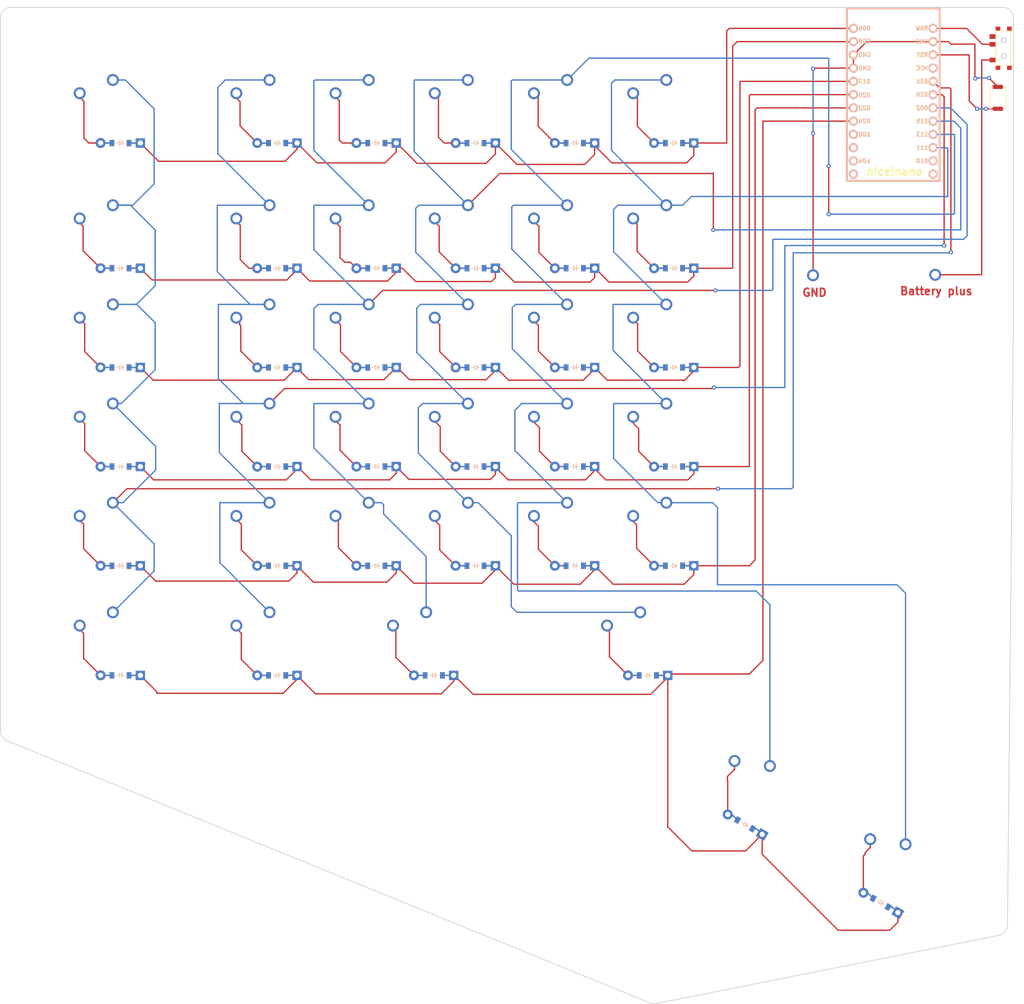
<source format=kicad_pcb>
(kicad_pcb (version 20240108) (generator "pcbnew") (generator_version "8.0")
  (title_block (title "left") (rev "v1.0.0") (company "Unknown"))
  (layers (0 "F.Cu" signal) (31 "B.Cu" signal) (34 "B.Paste" user) (35 "F.Paste" user) (36 "B.SilkS" user "B.Silkscreen") (37 "F.SilkS" user "F.Silkscreen") (38 "B.Mask" user) (39 "F.Mask" user) (44 "Edge.Cuts" user))
  (net 0 "")
  (net 1 "P029")
  (net 2 "1qazcol_zxcrow")
  (net 3 "1qazcol_asdrow")
  (net 4 "1qazcol_qwerow")
  (net 5 "1qazcol_numberrow")
  (net 6 "P002")
  (net 7 "2wsxcol_zxcrow")
  (net 8 "2wsxcol_asdrow")
  (net 9 "2wsxcol_qwerow")
  (net 10 "2wsxcol_numberrow")
  (net 11 "P115")
  (net 12 "3edccol_zxcrow")
  (net 13 "3edccol_asdrow")
  (net 14 "3edccol_qwerow")
  (net 15 "3edccol_numberrow")
  (net 16 "P113")
  (net 17 "4rfvcol_zxcrow")
  (net 18 "4rfvcol_asdrow")
  (net 19 "4rfvcol_qwerow")
  (net 20 "4rfvcol_numberrow")
  (net 21 "P111")
  (net 22 "5tgbcol_zxcrow")
  (net 23 "5tgbcol_asdrow")
  (net 24 "5tgbcol_qwerow")
  (net 25 "5tgbcol_numberrow")
  (net 26 "P031")
  (net 27 "tabcapsshift_tylda")
  (net 28 "tabcapsshift_tab")
  (net 29 "tabcapsshift_caps")
  (net 30 "tabcapsshift_shift")
  (net 31 "P006")
  (net 32 "P008")
  (net 33 "P017")
  (net 34 "P020")
  (net 35 "P022")
  (net 36 "P024")
  (net 37 "P100")
  (net 38 "esc_escaperow")
  (net 39 "f1_escaperow")
  (net 40 "f2_escaperow")
  (net 41 "f3_escaperow")
  (net 42 "f4_escaperow")
  (net 43 "f5_escaperow")
  (net 44 "ctrl_thumbrow")
  (net 45 "winkey_thumbrow")
  (net 46 "alt_thumbrow")
  (net 47 "space_thumbrow")
  (net 48 "ctrl2_thumbrow")
  (net 49 "thumbkey_thumbrow")
  (net 50 "P011")
  (net 51 "P104")
  (net 52 "P106")
  (net 53 "GND")
  (net 54 "RST")
  (net 55 "RAW")
  (net 56 "VCC")
  (net 57 "P010")
  (net 58 "P009")
  (net 59 "batteryplus")
  (footprint "MX" (layer "F.Cu") (at 176.461601 64.457468)
    (property "Reference" "S58" (hide yes))
    (property "Value" "" (hide yes))
  )
  (footprint "MX" (layer "F.Cu") (at 220.07376 208.957468 -30)
    (property "Reference" "S64" (hide yes))
    (property "Value" "" (hide yes))
  )
  (footprint "ComboDiode" (layer "F.Cu") (at 104.461601 173.457468 180)
    (property "Reference" "D60" (hide yes))
    (property "Value" "" (hide yes))
  )
  (footprint "ComboDiode" (layer "F.Cu") (at 74.461601 133.457468 180)
    (property "Reference" "D22" (hide yes))
    (property "Value" "" (hide yes))
  )
  (footprint "MX" (layer "F.Cu") (at 157.461601 145.457468)
    (property "Reference" "S13" (hide yes))
    (property "Value" "" (hide yes))
  )
  (footprint "ComboDiode" (layer "F.Cu") (at 104.461601 114.457468 180)
    (property "Reference" "D3" (hide yes))
    (property "Value" "" (hide yes))
  )
  (footprint "MX" (layer "F.Cu") (at 70.461601 88.457468)
    (property "Reference" "S24" (hide yes))
    (property "Value" "" (hide yes))
  )
  (footprint "ComboDiode" (layer "F.Cu") (at 180.461601 152.457468 180)
    (property "Reference" "D17" (hide yes))
    (property "Value" "" (hide yes))
  )
  (footprint "MX" (layer "F.Cu") (at 100.461601 145.457468)
    (property "Reference" "S1" (hide yes))
    (property "Value" "" (hide yes))
  )
  (footprint "MX" (layer "F.Cu") (at 100.461601 64.457468)
    (property "Reference" "S54" (hide yes))
    (property "Value" "" (hide yes))
  )
  (footprint "ComboDiode" (layer "F.Cu") (at 142.461601 95.457468 180)
    (property "Reference" "D12" (hide yes))
    (property "Value" "" (hide yes))
  )
  (footprint "MX" (layer "F.Cu") (at 157.461601 107.457468)
    (property "Reference" "S15" (hide yes))
    (property "Value" "" (hide yes))
  )
  (footprint "MX" (layer "F.Cu") (at 70.461601 107.457468)
    (property "Reference" "S23" (hide yes))
    (property "Value" "" (hide yes))
  )
  (footprint "MX" (layer "F.Cu") (at 138.461601 107.457468)
    (property "Reference" "S11" (hide yes))
    (property "Value" "" (hide yes))
  )
  (footprint "ComboDiode" (layer "F.Cu") (at 180.461601 95.457468 180)
    (property "Reference" "D20" (hide yes))
    (property "Value" "" (hide yes))
  )
  (footprint "MX" (layer "F.Cu") (at 157.461601 88.457468)
    (property "Reference" "S16" (hide yes))
    (property "Value" "" (hide yes))
  )
  (footprint "" (layer "F.Cu") (at 230.5 96.7)
    (property "Reference" "")
    (property "Value" "")
  )
  (footprint "ComboDiode" (layer "F.Cu") (at 74.461601 114.457468 180)
    (property "Reference" "D23" (hide yes))
    (property "Value" "" (hide yes))
  )
  (footprint "ComboDiode" (layer "F.Cu") (at 161.461601 95.457468 180)
    (property "Reference" "D16" (hide yes))
    (property "Value" "" (hide yes))
  )
  (footprint "MX" (layer "F.Cu") (at 138.461601 64.457468)
    (property "Reference" "S56" (hide yes))
    (property "Value" "" (hide yes))
  )
  (footprint "MX" (layer "F.Cu") (at 176.461601 145.457468)
    (property "Reference" "S17" (hide yes))
    (property "Value" "" (hide yes))
  )
  (footprint "ComboDiode" (layer "F.Cu") (at 134.461601 173.457468 180)
    (property "Reference" "D61" (hide yes))
    (property "Value" "" (hide yes))
  )
  (footprint "MX" (layer "F.Cu") (at 119.461601 107.457468)
    (property "Reference" "S7" (hide yes))
    (property "Value" "" (hide yes))
  )
  (footprint "MX" (layer "F.Cu") (at 119.461601 64.457468)
    (property "Reference" "S55" (hide yes))
    (property "Value" "" (hide yes))
  )
  (footprint "ComboDiode" (layer "F.Cu") (at 175.461601 173.457468 180)
    (property "Reference" "D62" (hide yes))
    (property "Value" "" (hide yes))
  )
  (footprint "MX" (layer "F.Cu") (at 176.461601 88.457468)
    (property "Reference" "S20" (hide yes))
    (property "Value" "" (hide yes))
  )
  (footprint "ComboDiode" (layer "F.Cu") (at 180.461601 71.457468 180)
    (property "Reference" "D58" (hide yes))
    (property "Value" "" (hide yes))
  )
  (footprint "MX" (layer "F.Cu") (at 100.461601 166.457468)
    (property "Reference" "S60" (hide yes))
    (property "Value" "" (hide yes))
  )
  (footprint "ComboDiode" (layer "F.Cu") (at 123.461601 152.457468 180)
    (property "Reference" "D5" (hide yes))
    (property "Value" "" (hide yes))
  )
  (footprint "ComboDiode" (layer "F.Cu") (at 194.0571 202.019646 150)
    (property "Reference" "D63" (hide yes))
    (property "Value" "" (hide yes))
  )
  (footprint "MX" (layer "F.Cu") (at 171.461601 166.457468)
    (property "Reference" "S62" (hide yes))
    (property "Value" "" (hide yes))
  )
  (footprint "ComboDiode" (layer "F.Cu") (at 104.461601 71.457468 180)
    (property "Reference" "D54" (hide yes))
    (property "Value" "" (hide yes))
  )
  (footprint "MX" (layer "F.Cu") (at 100.461601 88.457468)
    (property "Reference" "S4" (hide yes))
    (property "Value" "" (hide yes))
  )
  (footprint "ComboDiode" (layer "F.Cu") (at 74.461601 152.457468 180)
    (property "Reference" "D21" (hide yes))
    (property "Value" "" (hide yes))
  )
  (footprint "MX" (layer "F.Cu") (at 119.461601 88.457468)
    (property "Reference" "S8" (hide yes))
    (property "Value" "" (hide yes))
  )
  (footprint "ComboDiode" (layer "F.Cu") (at 161.461601 71.457468 180)
    (property "Reference" "D57" (hide yes))
    (property "Value" "" (hide yes))
  )
  (footprint "MX" (layer "F.Cu") (at 70.461601 145.457468)
    (property "Reference" "S21" (hide yes))
    (property "Value" "" (hide yes))
  )
  (footprint "MX" (layer "F.Cu") (at 138.461601 88.457468)
    (property "Reference" "S12" (hide yes))
    (property "Value" "" (hide yes))
  )
  (footprint "ComboDiode" (layer "F.Cu") (at 74.461601 173.457468 180)
    (property "Reference" "D59" (hide yes))
    (property "Value" "" (hide yes))
  )
  (footprint "Button_Switch_SMD:SW_Push_SPST_NO_Alps_SKRK" (layer "F.Cu") (at 242.5 62.8 90)
    (property "Reference" "REF**" (hide yes))
    (property "Value" "SW_Push_SPST_NO_Alps_SKRK" (hide yes))
  )
  (footprint "MX" (layer "F.Cu") (at 100.461601 107.457468)
    (property "Reference" "S3" (hide yes))
    (property "Value" "" (hide yes))
  )
  (footprint "ComboDiode" (layer "F.Cu") (at 142.461601 114.457468 180)
    (property "Reference" "D11" (hide yes))
    (property "Value" "" (hide yes))
  )
  (footprint "ComboDiode" (layer "F.Cu") (at 123.461601 133.457468 180)
    (property "Reference" "D6" (hide yes))
    (property "Value" "" (hide yes))
  )
  (footprint "nice_nano" (layer "F.Cu") (at 222.461601 63.457468 -90)
    (property "Reference" "MCU1" (hide yes))
    (property "Value" "nice_nano" (hide yes))
  )
  (footprint "ComboDiode" (layer "F.Cu") (at 161.461601 133.457468 180)
    (property "Reference" "D14" (hide yes))
    (property "Value" "" (hide yes))
  )
  (footprint "MX" (layer "F.Cu") (at 100.461601 126.457468)
    (property "Reference" "S2" (hide yes))
    (property "Value" "" (hide yes))
  )
  (footprint "MX" (layer "F.Cu") (at 138.461601 126.457468)
    (property "Reference" "S10" (hide yes))
    (property "Value" "" (hide yes))
  )
  (footprint "ComboDiode" (layer "F.Cu") (at 161.461601 152.457468 180)
    (property "Reference" "D13" (hide yes))
    (property "Value" "" (hide yes))
  )
  (footprint "ComboDiode" (layer "F.Cu") (at 180.461601 133.457468 180)
    (property "Reference" "D18" (hide yes))
    (property "Value" "" (hide yes))
  )
  (footprint "ComboDiode" (layer "F.Cu") (at 104.461601 95.457468 180)
    (property "Reference" "D4" (hide yes))
    (property "Value" "" (hide yes))
  )
  (footprint "MX" (layer "F.Cu") (at 119.461601 126.457468)
    (property "Reference" "S6" (hide yes))
    (property "Value" "" (hide yes))
  )
  (footprint "MX" (layer "F.Cu") (at 70.461601 126.457468)
    (property "Reference" "S22" (hide yes))
    (property "Value" "" (hide yes))
  )
  (footprint "ComboDiode" (layer "F.Cu") (at 123.461601 114.457468 180)
    (property "Reference" "D7" (hide yes))
    (property "Value" "" (hide yes))
  )
  (footprint "MX" (layer "F.Cu") (at 157.461601 64.457468)
    (property "Reference" "S57" (hide yes))
    (property "Value" "" (hide yes))
  )
  (footprint "ComboDiode" (layer "F.Cu") (at 142.461601 71.457468 180)
    (property "Reference" "D56" (hide yes))
    (property "Value" "" (hide yes))
  )
  (footprint "MX" (layer "F.Cu") (at 194.092998 193.957468 -30)
    (property "Reference" "S63" (hide yes))
    (property "Value" "" (hide yes))
  )
  (footprint "MX" (layer "F.Cu") (at 70.461601 166.457468)
    (property "Reference" "S59" (hide yes))
    (property "Value" "" (hide yes))
  )
  (footprint "MX" (layer "F.Cu") (at 176.461601 107.457468)
    (property "Reference" "S19" (hide yes))
    (property "Value" "" (hide yes))
  )
  (footprint "ComboDiode" (layer "F.Cu") (at 161.461601 114.457468 180)
    (property "Reference" "D15" (hide yes))
    (property "Value" "" (hide yes))
  )
  (footprint "MX" (layer "F.Cu") (at 70.461601 64.457468)
    (property "Reference" "S53" (hide yes))
    (property "Value" "" (hide yes))
  )
  (footprint "ComboDiode" (layer "F.Cu") (at 104.461601 133.457468 180)
    (property "Reference" "D2" (hide yes))
    (property "Value" "" (hide yes))
  )
  (footprint "MX" (layer "F.Cu") (at 176.461601 126.457468)
    (property "Reference" "S18" (hide yes))
    (property "Value" "" (hide yes))
  )
  (footprint "ComboDiode" (layer "F.Cu") (at 74.461601 71.457468 180)
    (property "Reference" "D53" (hide yes))
    (property "Value" "" (hide yes))
  )
  (footprint "ComboDiode" (layer "F.Cu") (at 220.037862 217.019646 150)
    (property "Reference" "D64" (hide yes))
    (property "Value" "" (hide yes))
  )
  (footprint "ComboDiode" (layer "F.Cu") (at 123.461601 71.457468 180)
    (property "Reference" "D55" (hide yes))
    (property "Value" "" (hide yes))
  )
  (footprint "" (layer "F.Cu") (at 207.1 96.8)
    (property "Reference" "")
    (property "Value" "")
  )
  (footprint "MX" (layer "F.Cu") (at 138.461601 145.457468)
    (property "Reference" "S9" (hide yes))
    (property "Value" "" (hide yes))
  )
  (footprint "ComboDiode" (layer "F.Cu") (at 74.461601 95.457468 180)
    (property "Reference" "D24" (hide yes))
    (property "Value" "" (hide yes))
  )
  (footprint "MX" (layer "F.Cu") (at 119.461601 145.457468)
    (property "Reference" "S5" (hide yes))
    (property "Value" "" (hide yes))
  )
  (footprint "MX" (layer "F.Cu") (at 130.461601 166.457468)
    (property "Reference" "S61" (hide yes))
    (property "Value" "" (hide yes))
  )
  (footprint "ComboDiode" (layer "F.Cu") (at 180.461601 114.457468 180)
    (property "Reference" "D19" (hide yes))
    (property "Value" "" (hide yes))
  )
  (footprint "ComboDiode" (layer "F.Cu") (at 142.461601 152.457468 180)
    (property "Reference" "D9" (hide yes))
    (property "Value" "" (hide yes))
  )
  (footprint "ComboDiode" (layer "F.Cu") (at 123.461601 95.457468 180)
    (property "Reference" "D8" (hide yes))
    (property "Value" "" (hide yes))
  )
  (footprint "ComboDiode" (layer "F.Cu") (at 142.461601 133.457468 180)
    (property "Reference" "D10" (hide yes))
    (property "Value" "" (hide yes))
  )
  (footprint "MX" (layer "F.Cu") (at 157.461601 126.457468)
    (property "Reference" "S14" (hide yes))
    (property "Value" "" (hide yes))
  )
  (footprint "ComboDiode" (layer "F.Cu") (at 104.461601 152.457468 180)
    (property "Reference" "D1" (hide yes))
    (property "Value" "" (hide yes))
  )
  (footprint "E73:SPDT_C128955" (layer "B.Cu") (at 243.6 53.3 90)
    (property "Reference" "T1" (hide yes))
    (property "Value" "" (hide yes))
  )
  (gr_line (start 245.461601 47.457468) (end 245.461601 107.447609) (stroke (width 0.15)) (layer "Edge.Cuts"))
  (gr_line (start 242.72882 223.274503) (end 177.050971 236.340221) (stroke (width 0.15)) (layer "Edge.Cuts"))
  (gr_line (start 51.461601 184.113409) (end 51.461601 47.457468) (stroke (width 0.15)) (layer "Edge.Cuts"))
  (gr_arc (start 245.461601 107.44761) (mid 245.461577 107.457472) (end 245.461504 107.467334) (stroke (width 0.15)) (layer "Edge.Cuts"))
  (gr_line (start 175.90521 236.23046) (end 52.706066 185.96521) (stroke (width 0.15)) (layer "Edge.Cuts"))
  (gr_line (start 245.461504 107.467334) (end 244.338496 221.332666) (stroke (width 0.15)) (layer "Edge.Cuts"))
  (gr_arc (start 244.338496 221.332666) (mid 243.878354 222.589318) (end 242.72882 223.274503) (stroke (width 0.15)) (layer "Edge.Cuts"))
  (gr_line (start 53.461601 45.457468) (end 243.461601 45.457468) (stroke (width 0.15)) (layer "Edge.Cuts"))
  (gr_arc (start 52.706066 185.96521) (mid 51.801621 185.228965) (end 51.461601 184.113409) (stroke (width 0.15)) (layer "Edge.Cuts"))
  (gr_arc (start 243.461601 45.457468) (mid 244.875815 46.043254) (end 245.461601 47.457468) (stroke (width 0.15)) (layer "Edge.Cuts"))
  (gr_arc (start 51.461601 47.457468) (mid 52.047387 46.043254) (end 53.461601 45.457468) (stroke (width 0.15)) (layer "Edge.Cuts"))
  (gr_arc (start 177.050971 236.340221) (mid 176.470024 236.369545) (end 175.90521 236.23046) (stroke (width 0.15)) (layer "Edge.Cuts"))
  (gr_text "Battery plus" (at 223.6 100.7 0) (layer "F.Cu") (effects (font (size 1.5 1.5) (thickness 0.3) (bold yes)) (justify left bottom)))
  (gr_text "GND\n" (at 204.9 101 0) (layer "F.Cu") (effects (font (size 1.5 1.5) (thickness 0.3) (bold yes)) (justify left bottom)))
  (segment (start 105.879069 118.5) (end 187.9 118.5) (width 0.25) (layer "F.Cu") (net 1))
  (segment (start 232.2 91.1) (end 232.2 62.6) (width 0.25) (layer "F.Cu") (net 1))
  (segment (start 187.9 118.5) (end 188.1 118.3) (width 0.25) (layer "F.Cu") (net 1))
  (segment (start 103.001601 121.377468) (end 105.879069 118.5) (width 0.25) (layer "F.Cu") (net 1))
  (segment (start 232.2 62.6) (end 231.787468 62.187468) (width 0.25) (layer "F.Cu") (net 1))
  (segment (start 231.787468 62.187468) (end 230.081601 62.187468) (width 0.25) (layer "F.Cu") (net 1))
  (via (at 188.1 118.3) (size 0.8) (drill 0.4) (layers "F.Cu" "B.Cu") (net 1))
  (via (at 232.2 91.1) (size 0.8) (drill 0.4) (layers "F.Cu" "B.Cu") (net 1))
  (segment (start 99.277468 102.377468) (end 103.001601 102.377468) (width 0.25) (layer "B.Cu") (net 1))
  (segment (start 93.222532 102.377468) (end 93.2 102.4) (width 0.25) (layer "B.Cu") (net 1))
  (segment (start 93.577468 140.377468) (end 93.5 140.3) (width 0.25) (layer "B.Cu") (net 1))
  (segment (start 93.5 151.875868) (end 103.001601 161.377468) (width 0.25) (layer "B.Cu") (net 1))
  (segment (start 103.001601 102.377468) (end 93.222532 102.377468) (width 0.25) (layer "B.Cu") (net 1))
  (segment (start 97.977468 121.377468) (end 103.001601 121.377468) (width 0.25) (layer "B.Cu") (net 1))
  (segment (start 93.477468 121.377468) (end 93.4 121.3) (width 0.25) (layer "B.Cu") (net 1))
  (segment (start 93.2 116.6) (end 97.977468 121.377468) (width 0.25) (layer "B.Cu") (net 1))
  (segment (start 93.1 60.8) (end 93.1 73.475867) (width 0.25) (layer "B.Cu") (net 1))
  (segment (start 93.4 121.3) (end 93.4 130.775867) (width 0.25) (layer "B.Cu") (net 1))
  (segment (start 93 96.1) (end 99.277468 102.377468) (width 0.25) (layer "B.Cu") (net 1))
  (segment (start 93.2 102.4) (end 93.2 116.6) (width 0.25) (layer "B.Cu") (net 1))
  (segment (start 93.4 130.775867) (end 103.001601 140.377468) (width 0.25) (layer "B.Cu") (net 1))
  (segment (start 103.001601 83.377468) (end 93.122532 83.377468) (width 0.25) (layer "B.Cu") (net 1))
  (segment (start 93.122532 83.377468) (end 93 83.5) (width 0.25) (layer "B.Cu") (net 1))
  (segment (start 94.522532 59.377468) (end 93.1 60.8) (width 0.25) (layer "B.Cu") (net 1))
  (segment (start 103.001601 59.377468) (end 94.522532 59.377468) (width 0.25) (layer "B.Cu") (net 1))
  (segment (start 188.1 118.3) (end 201.7 118.3) (width 0.25) (layer "B.Cu") (net 1))
  (segment (start 201.7 91.1) (end 232.2 91.1) (width 0.25) (layer "B.Cu") (net 1))
  (segment (start 201.7 118.3) (end 201.7 91.1) (width 0.25) (layer "B.Cu") (net 1))
  (segment (start 93 83.5) (end 93 96.1) (width 0.25) (layer "B.Cu") (net 1))
  (segment (start 103.001601 140.377468) (end 93.577468 140.377468) (width 0.25) (layer "B.Cu") (net 1))
  (segment (start 103.001601 121.377468) (end 93.477468 121.377468) (width 0.25) (layer "B.Cu") (net 1))
  (segment (start 93.1 73.475867) (end 103.001601 83.377468) (width 0.25) (layer "B.Cu") (net 1))
  (segment (start 93.5 140.3) (end 93.5 151.875868) (width 0.25) (layer "B.Cu") (net 1))
  (segment (start 100.651601 152.457468) (end 102.811601 152.457468) (width 0.25) (layer "F.Cu") (net 2))
  (segment (start 96.651601 143.551601) (end 97.6 144.5) (width 0.25) (layer "F.Cu") (net 2))
  (segment (start 96.651601 142.917468) (end 96.651601 143.551601) (width 0.25) (layer "F.Cu") (net 2))
  (segment (start 97.6 144.5) (end 97.6 149.405867) (width 0.25) (layer "F.Cu") (net 2))
  (segment (start 97.6 149.405867) (end 100.651601 152.457468) (width 0.25) (layer "F.Cu") (net 2))
  (segment (start 100.651601 152.457468) (end 102.811601 152.457468) (width 0.25) (layer "B.Cu") (net 2))
  (segment (start 96.651601 123.917468) (end 96.651601 124.451601) (width 0.25) (layer "F.Cu") (net 3))
  (segment (start 97.7 125.5) (end 97.7 130.505867) (width 0.25) (layer "F.Cu") (net 3))
  (segment (start 97.7 130.505867) (end 100.651601 133.457468) (width 0.25) (layer "F.Cu") (net 3))
  (segment (start 96.651601 124.451601) (end 97.7 125.5) (width 0.25) (layer "F.Cu") (net 3))
  (segment (start 100.651601 133.457468) (end 102.811601 133.457468) (width 0.25) (layer "F.Cu") (net 3))
  (segment (start 100.651601 133.457468) (end 102.811601 133.457468) (width 0.25) (layer "B.Cu") (net 3))
  (segment (start 97.5 106.5) (end 97.5 111.305867) (width 0.25) (layer "F.Cu") (net 4))
  (segment (start 100.651601 114.457468) (end 102.811601 114.457468) (width 0.25) (layer "F.Cu") (net 4))
  (segment (start 97.3 106.3) (end 97.5 106.5) (width 0.25) (layer "F.Cu") (net 4))
  (segment (start 96.651601 104.917468) (end 97.3 105.565867) (width 0.25) (layer "F.Cu") (net 4))
  (segment (start 97.5 111.305867) (end 100.651601 114.457468) (width 0.25) (layer "F.Cu") (net 4))
  (segment (start 97.3 105.565867) (end 97.3 106.3) (width 0.25) (layer "F.Cu") (net 4))
  (segment (start 100.651601 114.457468) (end 102.811601 114.457468) (width 0.25) (layer "B.Cu") (net 4))
  (segment (start 99.057468 95.457468) (end 100.651601 95.457468) (width 0.25) (layer "F.Cu") (net 5))
  (segment (start 100.651601 95.457468) (end 102.811601 95.457468) (width 0.25) (layer "F.Cu") (net 5))
  (segment (start 97.4 87.2) (end 97.4 93.8) (width 0.25) (layer "F.Cu") (net 5))
  (segment (start 96.651601 86.451601) (end 97.4 87.2) (width 0.25) (layer "F.Cu") (net 5))
  (segment (start 97.4 93.8) (end 99.057468 95.457468) (width 0.25) (layer "F.Cu") (net 5))
  (segment (start 96.651601 85.917468) (end 96.651601 86.451601) (width 0.25) (layer "F.Cu") (net 5))
  (segment (start 100.651601 95.457468) (end 102.811601 95.457468) (width 0.25) (layer "B.Cu") (net 5))
  (segment (start 124.679069 99.7) (end 188.4 99.7) (width 0.25) (layer "F.Cu") (net 6))
  (segment (start 122.001601 102.377468) (end 124.679069 99.7) (width 0.25) (layer "F.Cu") (net 6))
  (via (at 188.4 99.7) (size 0.8) (drill 0.4) (layers "F.Cu" "B.Cu") (net 6))
  (segment (start 124.85 142.55) (end 133.001601 150.701601) (width 0.25) (layer "B.Cu") (net 6))
  (segment (start 122.001601 83.377468) (end 111.5 72.875867) (width 0.25) (layer "B.Cu") (net 6))
  (segment (start 199.4 90) (end 199.5 89.9) (width 0.25) (layer "B.Cu") (net 6))
  (segment (start 199.2 99.7) (end 199.4 99.5) (width 0.25) (layer "B.Cu") (net 6))
  (segment (start 199.4 99.5) (end 199.4 90) (width 0.25) (layer "B.Cu") (net 6))
  (segment (start 124.85 140.75) (end 124.85 142.55) (width 0.25) (layer "B.Cu") (net 6))
  (segment (start 235.9 89.9) (end 236.6 89.2) (width 0.25) (layer "B.Cu") (net 6))
  (segment (start 111.622532 83.377468) (end 122.001601 83.377468) (width 0.25) (layer "B.Cu") (net 6))
  (segment (start 111.722532 59.377468) (end 122.001601 59.377468) (width 0.25) (layer "B.Cu") (net 6))
  (segment (start 199.5 89.9) (end 235.9 89.9) (width 0.25) (layer "B.Cu") (net 6))
  (segment (start 111.5 129.875867) (end 111.5 121.4) (width 0.25) (layer "B.Cu") (net 6))
  (segment (start 111.5 111) (end 111.624133 111) (width 0.25) (layer "B.Cu") (net 6))
  (segment (start 111.522532 121.377468) (end 122.001601 121.377468) (width 0.25) (layer "B.Cu") (net 6))
  (segment (start 122.001601 102.377468) (end 111.5 91.875867) (width 0.25) (layer "B.Cu") (net 6))
  (segment (start 233.427468 64.727468) (end 230.081601 64.727468) (width 0.25) (layer "B.Cu") (net 6))
  (segment (start 133.001601 150.701601) (end 133.001601 161.377468) (width 0.25) (layer "B.Cu") (net 6))
  (segment (start 236.6 67.9) (end 233.427468 64.727468) (width 0.25) (layer "B.Cu") (net 6))
  (segment (start 122.001601 102.377468) (end 112.322532 102.377468) (width 0.25) (layer "B.Cu") (net 6))
  (segment (start 188.4 99.7) (end 199.2 99.7) (width 0.25) (layer "B.Cu") (net 6))
  (segment (start 124.477468 140.377468) (end 124.85 140.75) (width 0.25) (layer "B.Cu") (net 6))
  (segment (start 111.5 103.2) (end 111.5 111) (width 0.25) (layer "B.Cu") (net 6))
  (segment (start 122.001601 140.377468) (end 111.5 129.875867) (width 0.25) (layer "B.Cu") (net 6))
  (segment (start 111.5 83.5) (end 111.622532 83.377468) (width 0.25) (layer "B.Cu") (net 6))
  (segment (start 111.5 72.875867) (end 111.5 59.6) (width 0.25) (layer "B.Cu") (net 6))
  (segment (start 112.322532 102.377468) (end 111.5 103.2) (width 0.25) (layer "B.Cu") (net 6))
  (segment (start 111.5 91.875867) (end 111.5 83.5) (width 0.25) (layer "B.Cu") (net 6))
  (segment (start 111.624133 111) (end 122.001601 121.377468) (width 0.25) (layer "B.Cu") (net 6))
  (segment (start 122.001601 140.377468) (end 124.477468 140.377468) (width 0.25) (layer "B.Cu") (net 6))
  (segment (start 111.5 59.6) (end 111.722532 59.377468) (width 0.25) (layer "B.Cu") (net 6))
  (segment (start 111.5 121.4) (end 111.522532 121.377468) (width 0.25) (layer "B.Cu") (net 6))
  (segment (start 236.6 89.2) (end 236.6 67.9) (width 0.25) (layer "B.Cu") (net 6))
  (segment (start 119.651601 152.457468) (end 121.811601 152.457468) (width 0.25) (layer "F.Cu") (net 7))
  (segment (start 115.651601 142.917468) (end 116.2 143.465867) (width 0.25) (layer "F.Cu") (net 7))
  (segment (start 116.2 143.465867) (end 116.2 149.005867) (width 0.25) (layer "F.Cu") (net 7))
  (segment (start 116.2 149.005867) (end 119.651601 152.457468) (width 0.25) (layer "F.Cu") (net 7))
  (segment (start 119.651601 152.457468) (end 121.811601 152.457468) (width 0.25) (layer "B.Cu") (net 7))
  (segment (start 115.651601 124.651601) (end 116.5 125.5) (width 0.25) (layer "F.Cu") (net 8))
  (segment (start 116.5 130.305867) (end 119.651601 133.457468) (width 0.25) (layer "F.Cu") (net 8))
  (segment (start 115.651601 123.917468) (end 115.651601 124.651601) (width 0.25) (layer "F.Cu") (net 8))
  (segment (start 116.5 125.5) (end 116.5 130.305867) (width 0.25) (layer "F.Cu") (net 8))
  (segment (start 119.651601 133.457468) (end 121.811601 133.457468) (width 0.25) (layer "F.Cu") (net 8))
  (segment (start 119.651601 133.457468) (end 121.811601 133.457468) (width 0.25) (layer "B.Cu") (net 8))
  (segment (start 116.6 106.3) (end 116.6 111.405867) (width 0.25) (layer "F.Cu") (net 9))
  (segment (start 115.651601 105.351601) (end 116.6 106.3) (width 0.25) (layer "F.Cu") (net 9))
  (segment (start 119.651601 114.457468) (end 121.811601 114.457468) (width 0.25) (layer "F.Cu") (net 9))
  (segment (start 116.6 111.405867) (end 119.651601 114.457468) (width 0.25) (layer "F.Cu") (net 9))
  (segment (start 115.651601 104.917468) (end 115.651601 105.351601) (width 0.25) (layer "F.Cu") (net 9))
  (segment (start 119.651601 114.457468) (end 121.811601 114.457468) (width 0.25) (layer "B.Cu") (net 9))
  (segment (start 115.651601 86.651601) (end 116.5 87.5) (width 0.25) (layer "F.Cu") (net 10))
  (segment (start 119.651601 95.457468) (end 121.811601 95.457468) (width 0.25) (layer "F.Cu") (net 10))
  (segment (start 118.494133 94.3) (end 119.651601 95.457468) (width 0.25) (layer "F.Cu") (net 10))
  (segment (start 116.5 93.4) (end 117.4 94.3) (width 0.25) (layer "F.Cu") (net 10))
  (segment (start 115.651601 85.917468) (end 115.651601 86.651601) (width 0.25) (layer "F.Cu") (net 10))
  (segment (start 116.5 87.5) (end 116.5 93.4) (width 0.25) (layer "F.Cu") (net 10))
  (segment (start 117.4 94.3) (end 118.494133 94.3) (width 0.25) (layer "F.Cu") (net 10))
  (segment (start 119.651601 95.457468) (end 121.811601 95.457468) (width 0.25) (layer "B.Cu") (net 10))
  (segment (start 141.001601 83.377468) (end 147.079069 77.3) (width 0.25) (layer "F.Cu") (net 11))
  (segment (start 147.079069 77.3) (end 187.9 77.3) (width 0.25) (layer "F.Cu") (net 11))
  (segment (start 187.9 77.3) (end 188 77.2) (width 0.25) (layer "F.Cu") (net 11))
  (segment (start 188 77.2) (end 188 88.1) (width 0.25) (layer "F.Cu") (net 11))
  (via (at 188 88.1) (size 0.8) (drill 0.4) (layers "F.Cu" "B.Cu") (net 11))
  (segment (start 149.3 146.7) (end 142.977468 140.377468) (width 0.25) (layer "B.Cu") (net 11))
  (segment (start 141.001601 83.377468) (end 130.7 73.075867) (width 0.25) (layer "B.Cu") (net 11))
  (segment (start 141.001601 121.377468) (end 132.322532 121.377468) (width 0.25) (layer "B.Cu") (net 11))
  (segment (start 131 83.977468) (end 131.6 83.377468) (width 0.25) (layer "B.Cu") (net 11))
  (segment (start 235.4 88.1) (end 235.4 68.6) (width 0.25) (layer "B.Cu") (net 11))
  (segment (start 131.922532 102.377468) (end 131.2 103.1) (width 0.25) (layer "B.Cu") (net 11))
  (segment (start 131.6 83.377468) (end 141.001601 83.377468) (width 0.25) (layer "B.Cu") (net 11))
  (segment (start 132.322532 121.377468) (end 131.5 122.2) (width 0.25) (layer "B.Cu") (net 11))
  (segment (start 131.2 111.6) (end 131.224134 111.6) (width 0.25) (layer "B.Cu") (net 11))
  (segment (start 141.001601 102.377468) (end 131 92.375867) (width 0.25) (layer "B.Cu") (net 11))
  (segment (start 131.224134 111.6) (end 141.001601 121.377468) (width 0.25) (layer "B.Cu") (net 11))
  (segment (start 150.377468 161.377468) (end 149.3 160.3) (width 0.25) (layer "B.Cu") (net 11))
  (segment (start 149.3 160.3) (end 149.3 146.7) (width 0.25) (layer "B.Cu") (net 11))
  (segment (start 141.001601 102.377468) (end 131.922532 102.377468) (width 0.25) (layer "B.Cu") (net 11))
  (segment (start 142.977468 140.377468) (end 141.001601 140.377468) (width 0.25) (layer "B.Cu") (net 11))
  (segment (start 131 92.375867) (end 131 83.977468) (width 0.25) (layer "B.Cu") (net 11))
  (segment (start 234.067468 67.267468) (end 230.081601 67.267468) (width 0.25) (layer "B.Cu") (net 11))
  (segment (start 130.822532 59.377468) (end 141.001601 59.377468) (width 0.25) (layer "B.Cu") (net 11))
  (segment (start 174.001601 161.377468) (end 150.377468 161.377468) (width 0.25) (layer "B.Cu") (net 11))
  (segment (start 131.2 103.1) (end 131.2 111.6) (width 0.25) (layer "B.Cu") (net 11))
  (segment (start 130.7 73.075867) (end 130.7 59.5) (width 0.25) (layer "B.Cu") (net 11))
  (segment (start 131.5 130.875867) (end 141.001601 140.377468) (width 0.25) (layer "B.Cu") (net 11))
  (segment (start 131.5 122.2) (end 131.5 130.875867) (width 0.25) (layer "B.Cu") (net 11))
  (segment (start 188 88.1) (end 235.4 88.1) (width 0.25) (layer "B.Cu") (net 11))
  (segment (start 235.4 68.6) (end 234.067468 67.267468) (width 0.25) (layer "B.Cu") (net 11))
  (segment (start 130.7 59.5) (end 130.822532 59.377468) (width 0.25) (layer "B.Cu") (net 11))
  (segment (start 138.651601 152.457468) (end 140.811601 152.457468) (width 0.25) (layer "F.Cu") (net 12))
  (segment (start 134.651601 143.751601) (end 135.6 144.7) (width 0.25) (layer "F.Cu") (net 12))
  (segment (start 135.6 149.405867) (end 138.651601 152.457468) (width 0.25) (layer "F.Cu") (net 12))
  (segment (start 135.6 144.7) (end 135.6 149.405867) (width 0.25) (layer "F.Cu") (net 12))
  (segment (start 134.651601 142.917468) (end 134.651601 143.751601) (width 0.25) (layer "F.Cu") (net 12))
  (segment (start 138.651601 152.457468) (end 140.811601 152.457468) (width 0.25) (layer "B.Cu") (net 12))
  (segment (start 135.7 130.505867) (end 138.651601 133.457468) (width 0.25) (layer "F.Cu") (net 13))
  (segment (start 134.651601 124.751601) (end 135.7 125.8) (width 0.25) (layer "F.Cu") (net 13))
  (segment (start 138.651601 133.457468) (end 140.811601 133.457468) (width 0.25) (layer "F.Cu") (net 13))
  (segment (start 134.651601 123.917468) (end 134.651601 124.751601) (width 0.25) (layer "F.Cu") (net 13))
  (segment (start 135.7 125.8) (end 135.7 130.505867) (width 0.25) (layer "F.Cu") (net 13))
  (segment (start 138.651601 133.457468) (end 140.811601 133.457468) (width 0.25) (layer "B.Cu") (net 13))
  (segment (start 134.651601 105.351601) (end 135.6 106.3) (width 0.25) (layer "F.Cu") (net 14))
  (segment (start 134.651601 104.917468) (end 134.651601 105.351601) (width 0.25) (layer "F.Cu") (net 14))
  (segment (start 138.651601 114.457468) (end 140.811601 114.457468) (width 0.25) (layer "F.Cu") (net 14))
  (segment (start 135.6 106.3) (end 135.6 111.405867) (width 0.25) (layer "F.Cu") (net 14))
  (segment (start 135.6 111.405867) (end 138.651601 114.457468) (width 0.25) (layer "F.Cu") (net 14))
  (segment (start 138.651601 114.457468) (end 140.811601 114.457468) (width 0.25) (layer "B.Cu") (net 14))
  (segment (start 135.5 87.4) (end 135.5 92.305867) (width 0.25) (layer "F.Cu") (net 15))
  (segment (start 134.651601 86.551601) (end 135.5 87.4) (width 0.25) (layer "F.Cu") (net 15))
  (segment (start 135.5 92.305867) (end 138.651601 95.457468) (width 0.25) (layer "F.Cu") (net 15))
  (segment (start 134.651601 85.917468) (end 134.651601 86.551601) (width 0.25) (layer "F.Cu") (net 15))
  (segment (start 138.651601 95.457468) (end 140.811601 95.457468) (width 0.25) (layer "F.Cu") (net 15))
  (segment (start 138.651601 95.457468) (end 140.811601 95.457468) (width 0.25) (layer "B.Cu") (net 15))
  (segment (start 210.1 75.9) (end 210.1 85.1) (width 0.25) (layer "F.Cu") (net 16))
  (via (at 210.1 75.9) (size 0.8) (drill 0.4) (layers "F.Cu" "B.Cu") (net 16))
  (via (at 210.1 85.1) (size 0.8) (drill 0.4) (layers "F.Cu" "B.Cu") (net 16))
  (segment (start 198.832703 159.932703) (end 198.832703 190.828059) (width 0.25) (layer "B.Cu") (net 16))
  (segment (start 210 75.7) (end 210.1 75.8) (width 0.25) (layer "B.Cu") (net 16))
  (segment (start 151.3 121.377468) (end 160.001601 121.377468) (width 0.25) (layer "B.Cu") (net 16))
  (segment (start 196.2 157.3) (end 198.832703 159.932703) (width 0.25) (layer "B.Cu") (net 16))
  (segment (start 160.001601 140.377468) (end 150.622532 140.377468) (width 0.25) (layer "B.Cu") (net 16))
  (segment (start 149.3 59.6) (end 149.3 72.675868) (width 0.25) (layer "B.Cu") (net 16))
  (segment (start 160.001601 59.377468) (end 149.522532 59.377468) (width 0.25) (layer "B.Cu") (net 16))
  (segment (start 210.1 75.8) (end 210.1 75.9) (width 0.25) (layer "B.Cu") (net 16))
  (segment (start 149.3 72.675868) (end 160.001601 83.377468) (width 0.25) (layer "B.Cu") (net 16))
  (segment (start 160.001601 102.377468) (end 150.122532 102.377468) (width 0.25) (layer "B.Cu") (net 16))
  (segment (start 210.1 55.2) (end 210.1 75.6) (width 0.25) (layer "B.Cu") (net 16))
  (segment (start 160.001601 140.377468) (end 150.024133 130.4) (width 0.25) (layer "B.Cu") (net 16))
  (segment (start 149.5 103) (end 149.5 110.875868) (width 0.25) (layer "B.Cu") (net 16))
  (segment (start 150.024133 130.4) (end 150 130.4) (width 0.25) (layer "B.Cu") (net 16))
  (segment (start 234.2 69.8) (end 233.9 69.8) (width 0.25) (layer "B.Cu") (net 16))
  (segment (start 233.892532 69.807468) (end 230.081601 69.807468) (width 0.25) (layer "B.Cu") (net 16))
  (segment (start 234.2 84.9) (end 234.2 69.8) (width 0.25) (layer "B.Cu") (net 16))
  (segment (start 149.522532 59.377468) (end 149.3 59.6) (width 0.25) (layer "B.Cu") (net 16))
  (segment (start 234 85.1) (end 234.2 84.9) (width 0.25) (layer "B.Cu") (net 16))
  (segment (start 149.5 110.875868) (end 160.001601 121.377468) (width 0.25) (layer "B.Cu") (net 16))
  (segment (start 210.1 75.6) (end 210 75.7) (width 0.25) (layer "B.Cu") (net 16))
  (segment (start 164.179069 55.2) (end 210.1 55.2) (width 0.25) (layer "B.Cu") (net 16))
  (segment (start 149.424133 91.8) (end 149.4 91.8) (width 0.25) (layer "B.Cu") (net 16))
  (segment (start 149.4 83.7) (end 149.722532 83.377468) (width 0.25) (layer "B.Cu") (net 16))
  (segment (start 149.722532 83.377468) (end 160.001601 83.377468) (width 0.25) (layer "B.Cu") (net 16))
  (segment (start 151.3 121.4) (end 150 122.7) (width 0.25) (layer "B.Cu") (net 16))
  (segment (start 233.9 69.8) (end 233.892532 69.807468) (width 0.25) (layer "B.Cu") (net 16))
  (segment (start 149.4 91.8) (end 149.4 83.7) (width 0.25) (layer "B.Cu") (net 16))
  (segment (start 150.5 157.1) (end 150.7 157.3) (width 0.25) (layer "B.Cu") (net 16))
  (segment (start 150.122532 102.377468) (end 149.5 103) (width 0.25) (layer "B.Cu") (net 16))
  (segment (start 160.001601 102.377468) (end 149.424133 91.8) (width 0.25) (layer "B.Cu") (net 16))
  (segment (start 150 130.4) (end 150 122.7) (width 0.25) (layer "B.Cu") (net 16))
  (segment (start 151.3 121.377468) (end 151.3 121.4) (width 0.25) (layer "B.Cu") (net 16))
  (segment (start 150.7 157.3) (end 196.2 157.3) (width 0.25) (layer "B.Cu") (net 16))
  (segment (start 160.001601 59.377468) (end 164.179069 55.2) (width 0.25) (layer "B.Cu") (net 16))
  (segment (start 150.622532 140.377468) (end 150.5 140.5) (width 0.25) (layer "B.Cu") (net 16))
  (segment (start 150.5 140.5) (end 150.5 157.1) (width 0.25) (layer "B.Cu") (net 16))
  (segment (start 210.1 85.1) (end 234 85.1) (width 0.25) (layer "B.Cu") (net 16))
  (segment (start 154.5 144.9) (end 154.5 149.305867) (width 0.25) (layer "F.Cu") (net 17))
  (segment (start 154.5 149.305867) (end 157.651601 152.457468) (width 0.25) (layer "F.Cu") (net 17))
  (segment (start 153.651601 142.917468) (end 153.651601 144.051601) (width 0.25) (layer "F.Cu") (net 17))
  (segment (start 153.651601 144.051601) (end 154.5 144.9) (width 0.25) (layer "F.Cu") (net 17))
  (segment (start 157.651601 152.457468) (end 159.811601 152.457468) (width 0.25) (layer "F.Cu") (net 17))
  (segment (start 157.651601 152.457468) (end 159.811601 152.457468) (width 0.25) (layer "B.Cu") (net 17))
  (segment (start 157.651601 133.457468) (end 159.811601 133.457468) (width 0.25) (layer "F.Cu") (net 18))
  (segment (start 153.651601 124.951601) (end 154.7 126) (width 0.25) (layer "F.Cu") (net 18))
  (segment (start 154.7 126) (end 154.7 130.505867) (width 0.25) (layer "F.Cu") (net 18))
  (segment (start 153.651601 123.917468) (end 153.651601 124.951601) (width 0.25) (layer "F.Cu") (net 18))
  (segment (start 154.7 130.505867) (end 157.651601 133.457468) (width 0.25) (layer "F.Cu") (net 18))
  (segment (start 157.651601 133.457468) (end 159.811601 133.457468) (width 0.25) (layer "B.Cu") (net 18))
  (segment (start 154.5 106.4) (end 154.5 111.305867) (width 0.25) (layer "F.Cu") (net 19))
  (segment (start 153.651601 104.917468) (end 153.651601 105.551601) (width 0.25) (layer "F.Cu") (net 19))
  (segment (start 154.5 111.305867) (end 157.651601 114.457468) (width 0.25) (layer "F.Cu") (net 19))
  (segment (start 153.651601 105.551601) (end 154.5 106.4) (width 0.25) (layer "F.Cu") (net 19))
  (segment (start 157.651601 114.457468) (end 159.811601 114.457468) (width 0.25) (layer "F.Cu") (net 19))
  (segment (start 157.651601 114.457468) (end 159.811601 114.457468) (width 0.25) (layer "B.Cu") (net 19))
  (segment (start 157.651601 95.457468) (end 159.811601 95.457468) (width 0.25) (layer "F.Cu") (net 20))
  (segment (start 153.651601 86.451601) (end 154.6 87.4) (width 0.25) (layer "F.Cu") (net 20))
  (segment (start 154.6 87.4) (end 154.6 92.405867) (width 0.25) (layer "F.Cu") (net 20))
  (segment (start 154.6 92.405867) (end 157.651601 95.457468) (width 0.25) (layer "F.Cu") (net 20))
  (segment (start 153.651601 85.917468) (end 153.651601 86.451601) (width 0.25) (layer "F.Cu") (net 20))
  (segment (start 157.651601 95.457468) (end 159.811601 95.457468) (width 0.25) (layer "B.Cu") (net 20))
  (segment (start 169.222532 121.377468) (end 179.001601 121.377468) (width 0.25) (layer "B.Cu") (net 21))
  (segment (start 168.8 111.175867) (end 168.8 102.4) (width 0.25) (layer "B.Cu") (net 21))
  (segment (start 168.8 102.4) (end 168.822532 102.377468) (width 0.25) (layer "B.Cu") (net 21))
  (segment (start 232.9 72.5) (end 232.8 72.4) (width 0.25) (layer "B.Cu") (net 21))
  (segment (start 232.8 72.4) (end 232.5 72.4) (width 0.25) (layer "B.Cu") (net 21))
  (segment (start 179.001601 140.377468) (end 187.877468 140.377468) (width 0.25) (layer "B.Cu") (net 21))
  (segment (start 177.377468 140.377468) (end 168.9 131.9) (width 0.25) (layer "B.Cu") (net 21))
  (segment (start 168.5 60) (end 168.5 72.875867) (width 0.25) (layer "B.Cu") (net 21))
  (segment (start 188.8 141.3) (end 188.8 156.1) (width 0.25) (layer "B.Cu") (net 21))
  (segment (start 232.447468 72.347468) (end 230.081601 72.347468) (width 0.25) (layer "B.Cu") (net 21))
  (segment (start 168.9 84.2) (end 168.9 92.3) (width 0.25) (layer "B.Cu") (net 21))
  (segment (start 183.8 81.7) (end 232.9 81.7) (width 0.25) (layer "B.Cu") (net 21))
  (segment (start 168.5 72.875867) (end 179.001601 83.377468) (width 0.25) (layer "B.Cu") (net 21))
  (segment (start 168.822532 102.377468) (end 179.001601 102.377468) (width 0.25) (layer "B.Cu") (net 21))
  (segment (start 179.001601 121.377468) (end 168.8 111.175867) (width 0.25) (layer "B.Cu") (net 21))
  (segment (start 182.122532 83.377468) (end 183.8 81.7) (width 0.25) (layer "B.Cu") (net 21))
  (segment (start 168.9 92.3) (end 168.924133 92.3) (width 0.25) (layer "B.Cu") (net 21))
  (segment (start 169.2 121.4) (end 169.222532 121.377468) (width 0.25) (layer "B.Cu") (net 21))
  (segment (start 232.5 72.4) (end 232.447468 72.347468) (width 0.25) (layer "B.Cu") (net 21))
  (segment (start 232.9 81.7) (end 232.9 72.5) (width 0.25) (layer "B.Cu") (net 21))
  (segment (start 179.001601 83.377468) (end 182.122532 83.377468) (width 0.25) (layer "B.Cu") (net 21))
  (segment (start 179.001601 140.377468) (end 177.377468 140.377468) (width 0.25) (layer "B.Cu") (net 21))
  (segment (start 224.813465 157.713465) (end 224.813465 205.828059) (width 0.25) (layer "B.Cu") (net 21))
  (segment (start 179.001601 59.377468) (end 169.122532 59.377468) (width 0.25) (layer "B.Cu") (net 21))
  (segment (start 179.001601 83.377468) (end 169.722532 83.377468) (width 0.25) (layer "B.Cu") (net 21))
  (segment (start 168.9 121.4) (end 169.2 121.4) (width 0.25) (layer "B.Cu") (net 21))
  (segment (start 168.9 131.9) (end 168.9 121.4) (width 0.25) (layer "B.Cu") (net 21))
  (segment (start 169.722532 83.377468) (end 168.9 84.2) (width 0.25) (layer "B.Cu") (net 21))
  (segment (start 187.877468 140.377468) (end 188.8 141.3) (width 0.25) (layer "B.Cu") (net 21))
  (segment (start 168.924133 92.3) (end 179.001601 102.377468) (width 0.25) (layer "B.Cu") (net 21))
  (segment (start 188.8 156.1) (end 223.2 156.1) (width 0.25) (layer "B.Cu") (net 21))
  (segment (start 169.122532 59.377468) (end 168.5 60) (width 0.25) (layer "B.Cu") (net 21))
  (segment (start 223.2 156.1) (end 224.813465 157.713465) (width 0.25) (layer "B.Cu") (net 21))
  (segment (start 172.651601 142.917468) (end 172.651601 143.951601) (width 0.25) (layer "F.Cu") (net 22))
  (segment (start 172.651601 143.951601) (end 173.3 144.6) (width 0.25) (layer "F.Cu") (net 22))
  (segment (start 173.3 144.6) (end 173.3 149.105867) (width 0.25) (layer "F.Cu") (net 22))
  (segment (start 176.651601 152.457468) (end 178.811601 152.457468) (width 0.25) (layer "F.Cu") (net 22))
  (segment (start 173.3 149.105867) (end 176.651601 152.457468) (width 0.25) (layer "F.Cu") (net 22))
  (segment (start 176.651601 152.457468) (end 178.811601 152.457468) (width 0.25) (layer "B.Cu") (net 22))
  (segment (start 176.651601 133.457468) (end 178.811601 133.457468) (width 0.25) (layer "F.Cu") (net 23))
  (segment (start 172.651601 125.151601) (end 173.7 126.2) (width 0.25) (layer "F.Cu") (net 23))
  (segment (start 173.7 130.505867) (end 176.651601 133.457468) (width 0.25) (layer "F.Cu") (net 23))
  (segment (start 172.651601 123.917468) (end 172.651601 125.151601) (width 0.25) (layer "F.Cu") (net 23))
  (segment (start 173.7 126.2) (end 173.7 130.505867) (width 0.25) (layer "F.Cu") (net 23))
  (segment (start 176.651601 133.457468) (end 178.811601 133.457468) (width 0.25) (layer "B.Cu") (net 23))
  (segment (start 173.5 111.305867) (end 176.651601 114.457468) (width 0.25) (layer "F.Cu") (net 24))
  (segment (start 173.5 106.1) (end 173.5 111.305867) (width 0.25) (layer "F.Cu") (net 24))
  (segment (start 172.651601 105.251601) (end 173.5 106.1) (width 0.25) (layer "F.Cu") (net 24))
  (segment (start 176.651601 114.457468) (end 178.811601 114.457468) (width 0.25) (layer "F.Cu") (net 24))
  (segment (start 172.651601 104.917468) (end 172.651601 105.251601) (width 0.25) (layer "F.Cu") (net 24))
  (segment (start 176.651601 114.457468) (end 178.811601 114.457468) (width 0.25) (layer "B.Cu") (net 24))
  (segment (start 173.4 92.205867) (end 176.651601 95.457468) (width 0.25) (layer "F.Cu") (net 25))
  (segment (start 173.4 86.665867) (end 173.4 92.205867) (width 0.25) (layer "F.Cu") (net 25))
  (segment (start 172.651601 85.917468) (end 173.4 86.665867) (width 0.25) (layer "F.Cu") (net 25))
  (segment (start 176.651601 95.457468) (end 178.811601 95.457468) (width 0.25) (layer "F.Cu") (net 25))
  (segment (start 176.651601 95.457468) (end 178.811601 95.457468) (width 0.25) (layer "B.Cu") (net 25))
  (segment (start 231.334133 60.9) (end 230.081601 59.647468) (width 0.25) (layer "F.Cu") (net 26))
  (segment (start 75.679069 137.7) (end 188.9 137.7) (width 0.25) (layer "F.Cu") (net 26))
  (segment (start 73.001601 140.377468) (end 75.679069 137.7) (width 0.25) (layer "F.Cu") (net 26))
  (segment (start 233.5 61.1) (end 233.3 60.9) (width 0.25) (layer "F.Cu") (net 26))
  (segment (start 233.3 60.9) (end 231.334133 60.9) (width 0.25) (layer "F.Cu") (net 26))
  (segment (start 233.5 92.4) (end 233.5 61.1) (width 0.25) (layer "F.Cu") (net 26))
  (via (at 233.5 92.4) (size 0.8) (drill 0.4) (layers "F.Cu" "B.Cu") (net 26))
  (via (at 188.9 137.7) (size 0.8) (drill 0.4) (layers "F.Cu" "B.Cu") (net 26))
  (segment (start 80.9 153.479069) (end 80.9 148.275867) (width 0.25) (layer "B.Cu") (net 26))
  (segment (start 73.001601 83.377468) (end 76.822532 83.377468) (width 0.25) (layer "B.Cu") (net 26))
  (segment (start 81.2 134.1) (end 81.2 129.575867) (width 0.25) (layer "B.Cu") (net 26))
  (segment (start 203.3 137.4) (end 203.3 92.5) (width 0.25) (layer "B.Cu") (net 26))
  (segment (start 80.9 64.9) (end 75.377468 59.377468) (width 0.25) (layer "B.Cu") (net 26))
  (segment (start 81.2 88.2) (end 76.377468 83.377468) (width 0.25) (layer "B.Cu") (net 26))
  (segment (start 81.1 88.3) (end 81.2 88.2) (width 0.25) (layer "B.Cu") (net 26))
  (segment (start 81.1 114.895515) (end 81.1 105.9) (width 0.25) (layer "B.Cu") (net 26))
  (segment (start 74.618047 121.377468) (end 81.1 114.895515) (width 0.25) (layer "B.Cu") (net 26))
  (segment (start 203.3 92.5) (end 233.4 92.5) (width 0.25) (layer "B.Cu") (net 26))
  (segment (start 73.001601 161.377468) (end 80.9 153.479069) (width 0.25) (layer "B.Cu") (net 26))
  (segment (start 81.1 98.8) (end 81.1 88.3) (width 0.25) (layer "B.Cu") (net 26))
  (segment (start 75.377468 59.377468) (end 73.001601 59.377468) (width 0.25) (layer "B.Cu") (net 26))
  (segment (start 77.577468 102.377468) (end 73.001601 102.377468) (width 0.25) (layer "B.Cu") (net 26))
  (segment (start 73.001601 140.377468) (end 74.922532 140.377468) (width 0.25) (layer "B.Cu") (net 26))
  (segment (start 233.4 92.5) (end 233.5 92.4) (width 0.25) (layer "B.Cu") (net 26))
  (segment (start 77.522532 102.377468) (end 81.1 98.8) (width 0.25) (layer "B.Cu") (net 26))
  (segment (start 188.9 137.7) (end 203 137.7) (width 0.25) (layer "B.Cu") (net 26))
  (segment (start 80.9 148.275867) (end 73.001601 140.377468) (width 0.25) (layer "B.Cu") (net 26))
  (segment (start 76.822532 83.377468) (end 80.9 79.3) (width 0.25) (layer "B.Cu") (net 26))
  (segment (start 203 137.7) (end 203.3 137.4) (width 0.25) (layer "B.Cu") (net 26))
  (segment (start 73.001601 102.377468) (end 77.522532 102.377468) (width 0.25) (layer "B.Cu") (net 26))
  (segment (start 74.922532 140.377468) (end 81.2 134.1) (width 0.25) (layer "B.Cu") (net 26))
  (segment (start 73.001601 121.377468) (end 74.618047 121.377468) (width 0.25) (layer "B.Cu") (net 26))
  (segment (start 81.1 105.9) (end 77.577468 102.377468) (width 0.25) (layer "B.Cu") (net 26))
  (segment (start 81.2 129.575867) (end 73.001601 121.377468) (width 0.25) (layer "B.Cu") (net 26))
  (segment (start 76.377468 83.377468) (end 73.001601 83.377468) (width 0.25) (layer "B.Cu") (net 26))
  (segment (start 80.9 79.3) (end 80.9 64.9) (width 0.25) (layer "B.Cu") (net 26))
  (segment (start 67.4 144.5) (end 67.4 149.205867) (width 0.25) (layer "F.Cu") (net 27))
  (segment (start 70.651601 152.457468) (end 72.811601 152.457468) (width 0.25) (layer "F.Cu") (net 27))
  (segment (start 67.4 149.205867) (end 70.651601 152.457468) (width 0.25) (layer "F.Cu") (net 27))
  (segment (start 66.651601 142.917468) (end 66.651601 143.751601) (width 0.25) (layer "F.Cu") (net 27))
  (segment (start 66.651601 143.751601) (end 67.4 144.5) (width 0.25) (layer "F.Cu") (net 27))
  (segment (start 70.651601 152.457468) (end 72.811601 152.457468) (width 0.25) (layer "B.Cu") (net 27))
  (segment (start 66.651601 124.251601) (end 67.6 125.2) (width 0.25) (layer "F.Cu") (net 28))
  (segment (start 67.6 130.405867) (end 70.651601 133.457468) (width 0.25) (layer "F.Cu") (net 28))
  (segment (start 67.6 125.2) (end 67.6 130.405867) (width 0.25) (layer "F.Cu") (net 28))
  (segment (start 66.651601 123.917468) (end 66.651601 124.251601) (width 0.25) (layer "F.Cu") (net 28))
  (segment (start 70.651601 133.457468) (end 72.811601 133.457468) (width 0.25) (layer "F.Cu") (net 28))
  (segment (start 70.651601 133.457468) (end 72.811601 133.457468) (width 0.25) (layer "B.Cu") (net 28))
  (segment (start 70.651601 114.457468) (end 72.811601 114.457468) (width 0.25) (layer "F.Cu") (net 29))
  (segment (start 66.651601 105.151601) (end 67.6 106.1) (width 0.25) (layer "F.Cu") (net 29))
  (segment (start 66.651601 104.917468) (end 66.651601 105.151601) (width 0.25) (layer "F.Cu") (net 29))
  (segment (start 67.6 111.405867) (end 70.651601 114.457468) (width 0.25) (layer "F.Cu") (net 29))
  (segment (start 67.6 106.1) (end 67.6 111.405867) (width 0.25) (layer "F.Cu") (net 29))
  (segment (start 70.651601 114.457468) (end 72.811601 114.457468) (width 0.25) (layer "B.Cu") (net 29))
  (segment (start 70.651601 95.457468) (end 72.811601 95.457468) (width 0.25) (layer "F.Cu") (net 30))
  (segment (start 67.3 87.4) (end 67.3 92.105867) (width 0.25) (layer "F.Cu") (net 30))
  (segment (start 66.651601 86.751601) (end 67.3 87.4) (width 0.25) (layer "F.Cu") (net 30))
  (segment (start 67.3 92.105867) (end 70.651601 95.457468) (width 0.25) (layer "F.Cu") (net 30))
  (segment (start 66.651601 85.917468) (end 66.651601 86.751601) (width 0.25) (layer "F.Cu") (net 30))
  (segment (start 70.651601 95.457468) (end 72.811601 95.457468) (width 0.25) (layer "B.Cu") (net 30))
  (segment (start 112.071601 75.257468) (end 125.161601 75.257468) (width 0.25) (layer "F.Cu") (net 31))
  (segment (start 78.271601 71.457468) (end 81.771601 74.957468) (width 0.25) (layer "F.Cu") (net 31))
  (segment (start 106.111601 71.457468) (end 108.271601 71.457468) (width 0.25) (layer "F.Cu") (net 31))
  (segment (start 146.271601 73.547468) (end 146.271601 71.457468) (width 0.25) (layer "F.Cu") (net 31))
  (segment (start 144.461601 75.357468) (end 146.271601 73.547468) (width 0.25) (layer "F.Cu") (net 31))
  (segment (start 108.271601 72.647468) (end 108.271601 71.457468) (width 0.25) (layer "F.Cu") (net 31))
  (segment (start 191.074133 49.487468) (end 190.561601 50) (width 0.25) (layer "F.Cu") (net 31))
  (segment (start 144.111601 71.457468) (end 146.271601 71.457468) (width 0.25) (layer "F.Cu") (net 31))
  (segment (start 214.841601 49.487468) (end 191.074133 49.487468) (width 0.25) (layer "F.Cu") (net 31))
  (segment (start 81.771601 74.957468) (end 105.9616 74.957468) (width 0.25) (layer "F.Cu") (net 31))
  (segment (start 108.271601 71.457468) (end 112.071601 75.257468) (width 0.25) (layer "F.Cu") (net 31))
  (segment (start 165.271601 71.457468) (end 165.271601 73.647468) (width 0.25) (layer "F.Cu") (net 31))
  (segment (start 165.271601 71.967468) (end 168.561602 75.257468) (width 0.25) (layer "F.Cu") (net 31))
  (segment (start 131.261601 75.357468) (end 144.461601 75.357468) (width 0.25) (layer "F.Cu") (net 31))
  (segment (start 163.111601 71.457468) (end 165.271601 71.457468) (width 0.25) (layer "F.Cu") (net 31))
  (segment (start 105.9616 74.957468) (end 108.271601 72.647468) (width 0.25) (layer "F.Cu") (net 31))
  (segment (start 182.111601 71.457468) (end 184.271601 71.457468) (width 0.25) (layer "F.Cu") (net 31))
  (segment (start 182.861601 75.257468) (end 168.561602 75.257468) (width 0.25) (layer "F.Cu") (net 31))
  (segment (start 125.111601 71.457468) (end 127.271601 71.457468) (width 0.25) (layer "F.Cu") (net 31))
  (segment (start 190.561601 50) (end 190.561601 71.457468) (width 0.25) (layer "F.Cu") (net 31))
  (segment (start 190.561601 71.457468) (end 184.271601 71.457468) (width 0.25) (layer "F.Cu") (net 31))
  (segment (start 76.111601 71.457468) (end 78.271601 71.457468) (width 0.25) (layer "F.Cu") (net 31))
  (segment (start 165.271601 73.647468) (end 163.361601 75.557468) (width 0.25) (layer "F.Cu") (net 31))
  (segment (start 163.361601 75.557468) (end 150.371601 75.557468) (width 0.25) (layer "F.Cu") (net 31))
  (segment (start 184.271601 73.847468) (end 182.861601 75.257468) (width 0.25) (layer "F.Cu") (net 31))
  (segment (start 127.271601 71.457468) (end 127.361601 71.457468) (width 0.25) (layer "F.Cu") (net 31))
  (segment (start 165.271601 71.967468) (end 165.271601 71.457468) (width 0.25) (layer "F.Cu") (net 31))
  (segment (start 184.271601 71.457468) (end 184.271601 73.847468) (width 0.25) (layer "F.Cu") (net 31))
  (segment (start 125.161601 75.257468) (end 127.271601 73.147468) (width 0.25) (layer "F.Cu") (net 31))
  (segment (start 150.371601 75.557468) (end 146.271601 71.457468) (width 0.25) (layer "F.Cu") (net 31))
  (segment (start 127.271601 73.147468) (end 127.271601 71.457468) (width 0.25) (layer "F.Cu") (net 31))
  (segment (start 127.361601 71.457468) (end 131.261601 75.357468) (width 0.25) (layer "F.Cu") (net 31))
  (segment (start 76.111601 71.457468) (end 78.271601 71.457468) (width 0.25) (layer "B.Cu") (net 31))
  (segment (start 182.111601 71.457468) (end 184.271601 71.457468) (width 0.25) (layer "B.Cu") (net 31))
  (segment (start 125.111601 71.457468) (end 127.271601 71.457468) (width 0.25) (layer "B.Cu") (net 31))
  (segment (start 144.111601 71.457468) (end 146.271601 71.457468) (width 0.25) (layer "B.Cu") (net 31))
  (segment (start 163.111601 71.457468) (end 165.271601 71.457468) (width 0.25) (layer "B.Cu") (net 31))
  (segment (start 106.111601 71.457468) (end 108.271601 71.457468) (width 0.25) (layer "B.Cu") (net 31))
  (segment (start 145.5 98) (end 146.271601 97.228399) (width 0.25) (layer "F.Cu") (net 32))
  (segment (start 80.514133 97.7) (end 106.3 97.7) (width 0.25) (layer "F.Cu") (net 32))
  (segment (start 110.714133 97.9) (end 125.6 97.9) (width 0.25) (layer "F.Cu") (net 32))
  (segment (start 146.271601 95.457468) (end 147.257468 95.457468) (width 0.25) (layer "F.Cu") (net 32))
  (segment (start 192.572532 52.027468) (end 191.7 52.9) (width 0.25) (layer "F.Cu") (net 32))
  (segment (start 164.4 98.1) (end 165.271601 97.228399) (width 0.25) (layer "F.Cu") (net 32))
  (segment (start 165.271601 95.457468) (end 165.357468 95.457468) (width 0.25) (layer "F.Cu") (net 32))
  (segment (start 163.111601 95.457468) (end 165.271601 95.457468) (width 0.25) (layer "F.Cu") (net 32))
  (segment (start 108.271601 95.457468) (end 110.714133 97.9) (width 0.25) (layer "F.Cu") (net 32))
  (segment (start 184.271601 96.928399) (end 184.271601 95.457468) (width 0.25) (layer "F.Cu") (net 32))
  (segment (start 168 98.1) (end 183.1 98.1) (width 0.25) (layer "F.Cu") (net 32))
  (segment (start 147.257468 95.457468) (end 149.9 98.1) (width 0.25) (layer "F.Cu") (net 32))
  (segment (start 131 98) (end 145.5 98) (width 0.25) (layer "F.Cu") (net 32))
  (segment (start 125.6 97.9) (end 127.271601 96.228399) (width 0.25) (layer "F.Cu") (net 32))
  (segment (start 146.271601 97.228399) (end 146.271601 95.457468) (width 0.25) (layer "F.Cu") (net 32))
  (segment (start 191.642532 95.457468) (end 184.271601 95.457468) (width 0.25) (layer "F.Cu") (net 32))
  (segment (start 191.7 95.4) (end 191.642532 95.457468) (width 0.25) (layer "F.Cu") (net 32))
  (segment (start 128.457468 95.457468) (end 131 98) (width 0.25) (layer "F.Cu") (net 32))
  (segment (start 76.111601 95.457468) (end 78.271601 95.457468) (width 0.25) (layer "F.Cu") (net 32))
  (segment (start 191.7 52.9) (end 191.7 95.4) (width 0.25) (layer "F.Cu") (net 32))
  (segment (start 165.271601 97.228399) (end 165.271601 95.457468) (width 0.25) (layer "F.Cu") (net 32))
  (segment (start 106.3 97.7) (end 108.271601 95.728399) (width 0.25) (layer "F.Cu") (net 32))
  (segment (start 144.111601 95.457468) (end 146.271601 95.457468) (width 0.25) (layer "F.Cu") (net 32))
  (segment (start 125.111601 95.457468) (end 127.271601 95.457468) (width 0.25) (layer "F.Cu") (net 32))
  (segment (start 127.271601 96.228399) (end 127.271601 95.457468) (width 0.25) (layer "F.Cu") (net 32))
  (segment (start 108.271601 95.728399) (end 108.271601 95.457468) (width 0.25) (layer "F.Cu") (net 32))
  (segment (start 165.357468 95.457468) (end 168 98.1) (width 0.25) (layer "F.Cu") (net 32))
  (segment (start 214.841601 52.027468) (end 192.572532 52.027468) (width 0.25) (layer "F.Cu") (net 32))
  (segment (start 149.9 98.1) (end 164.4 98.1) (width 0.25) (layer "F.Cu") (net 32))
  (segment (start 106.111601 95.457468) (end 108.271601 95.457468) (width 0.25) (layer "F.Cu") (net 32))
  (segment (start 127.271601 95.457468) (end 128.457468 95.457468) (width 0.25) (layer "F.Cu") (net 32))
  (segment (start 183.1 98.1) (end 184.271601 96.928399) (width 0.25) (layer "F.Cu") (net 32))
  (segment (start 78.271601 95.457468) (end 80.514133 97.7) (width 0.25) (layer "F.Cu") (net 32))
  (segment (start 182.111601 95.457468) (end 184.271601 95.457468) (width 0.25) (layer "F.Cu") (net 32))
  (segment (start 76.111601 95.457468) (end 78.271601 95.457468) (width 0.25) (layer "B.Cu") (net 32))
  (segment (start 182.111601 95.457468) (end 184.271601 95.457468) (width 0.25) (layer "B.Cu") (net 32))
  (segment (start 144.111601 95.457468) (end 146.271601 95.457468) (width 0.25) (layer "B.Cu") (net 32))
  (segment (start 163.111601 95.457468) (end 165.271601 95.457468) (width 0.25) (layer "B.Cu") (net 32))
  (segment (start 106.111601 95.457468) (end 108.271601 95.457468) (width 0.25) (layer "B.Cu") (net 32))
  (segment (start 125.111601 95.457468) (end 127.271601 95.457468) (width 0.25) (layer "B.Cu") (net 32))
  (segment (start 182.3 116.9) (end 182.4 117) (width 0.25) (layer "F.Cu") (net 33))
  (segment (start 163.1 116.9) (end 165.271601 114.728399) (width 0.25) (layer "F.Cu") (net 33))
  (segment (start 108.271601 114.571601) (end 110.5 116.8) (width 0.25) (layer "F.Cu") (net 33))
  (segment (start 106.111601 114.457468) (end 108.271601 114.457468) (width 0.25) (layer "F.Cu") (net 33))
  (segment (start 163.111601 114.457468) (end 165.271601 114.457468) (width 0.25) (layer "F.Cu") (net 33))
  (segment (start 125 116.729069) (end 127.271601 114.457468) (width 0.25) (layer "F.Cu") (net 33))
  (segment (start 165.271601 114.457468) (end 165.271601 114.471601) (width 0.25) (layer "F.Cu") (net 33))
  (segment (start 182.111601 114.457468) (end 184.271601 114.457468) (width 0.25) (layer "F.Cu") (net 33))
  (segment (start 146.271601 114.457468) (end 146.357468 114.457468) (width 0.25) (layer "F.Cu") (net 33))
  (segment (start 110.5 116.8) (end 125 116.8) (width 0.25) (layer "F.Cu") (net 33))
  (segment (start 78.271601 114.457468) (end 80.714133 116.9) (width 0.25) (layer "F.Cu") (net 33))
  (segment (start 193.1 59.7) (end 193.1 114.157468) (width 0.25) (layer "F.Cu") (net 33))
  (segment (start 125 116.8) (end 125 116.729069) (width 0.25) (layer "F.Cu") (net 33))
  (segment (start 76.111601 114.457468) (end 78.271601 114.457468) (width 0.25) (layer "F.Cu") (net 33))
  (segment (start 193.1 114.157468) (end 192.8 114.457468) (width 0.25) (layer "F.Cu") (net 33))
  (segment (start 148.8 116.9) (end 163.1 116.9) (width 0.25) (layer "F.Cu") (net 33))
  (segment (start 127.457468 114.457468) (end 129.8 116.8) (width 0.25) (layer "F.Cu") (net 33))
  (segment (start 125.111601 114.457468) (end 127.271601 114.457468) (width 0.25) (layer "F.Cu") (net 33))
  (segment (start 144.111601 114.457468) (end 146.271601 114.457468) (width 0.25) (layer "F.Cu") (net 33))
  (segment (start 192.8 114.457468) (end 184.271601 114.457468) (width 0.25) (layer "F.Cu") (net 33))
  (segment (start 193.152532 59.647468) (end 193.1 59.7) (width 0.25) (layer "F.Cu") (net 33))
  (segment (start 214.841601 59.647468) (end 193.152532 59.647468) (width 0.25) (layer "F.Cu") (net 33))
  (segment (start 165.271601 114.471601) (end 167.7 116.9) (width 0.25) (layer "F.Cu") (net 33))
  (segment (start 184.271601 115.128399) (end 184.271601 114.457468) (width 0.25) (layer "F.Cu") (net 33))
  (segment (start 146.271601 115.028399) (end 146.271601 114.457468) (width 0.25) (layer "F.Cu") (net 33))
  (segment (start 105.829069 116.9) (end 108.271601 114.457468) (width 0.25) (layer "F.Cu") (net 33))
  (segment (start 127.271601 114.457468) (end 127.457468 114.457468) (width 0.25) (layer "F.Cu") (net 33))
  (segment (start 129.8 116.8) (end 144.5 116.8) (width 0.25) (layer "F.Cu") (net 33))
  (segment (start 165.271601 114.728399) (end 165.271601 114.457468) (width 0.25) (layer "F.Cu") (net 33))
  (segment (start 80.714133 116.9) (end 105.829069 116.9) (width 0.25) (layer "F.Cu") (net 33))
  (segment (start 182.4 117) (end 184.271601 115.128399) (width 0.25) (layer "F.Cu") (net 33))
  (segment (start 167.7 116.9) (end 182.3 116.9) (width 0.25) (layer "F.Cu") (net 33))
  (segment (start 144.5 116.8) (end 146.271601 115.028399) (width 0.25) (layer "F.Cu") (net 33))
  (segment (start 146.357468 114.457468) (end 148.8 116.9) (width 0.25) (layer "F.Cu") (net 33))
  (segment (start 108.271601 114.457468) (end 108.271601 114.571601) (width 0.25) (layer "F.Cu") (net 33))
  (segment (start 182.111601 114.457468) (end 184.271601 114.457468) (width 0.25) (layer "B.Cu") (net 33))
  (segment (start 76.111601 114.457468) (end 78.271601 114.457468) (width 0.25) (layer "B.Cu") (net 33))
  (segment (start 144.111601 114.457468) (end 146.271601 114.457468) (width 0.25) (layer "B.Cu") (net 33))
  (segment (start 125.111601 114.457468) (end 127.271601 114.457468) (width 0.25) (layer "B.Cu") (net 33))
  (segment (start 163.111601 114.457468) (end 165.271601 114.457468) (width 0.25) (layer "B.Cu") (net 33))
  (segment (start 106.111601 114.457468) (end 108.271601 114.457468) (width 0.25) (layer "B.Cu") (net 33))
  (segment (start 144.111601 133.457468) (end 146.271601 133.457468) (width 0.25) (layer "F.Cu") (net 34))
  (segment (start 195.112532 62.187468) (end 214.841601 62.187468) (width 0.25) (layer "F.Cu") (net 34))
  (segment (start 148.7 136) (end 163.5 136) (width 0.25) (layer "F.Cu") (net 34))
  (segment (start 127.271601 133.457468) (end 127.271601 133.471601) (width 0.25) (layer "F.Cu") (net 34))
  (segment (start 165.271601 133.871601) (end 167.4 136) (width 0.25) (layer "F.Cu") (net 34))
  (segment (start 127.271601 133.471601) (end 129.7 135.9) (width 0.25) (layer "F.Cu") (net 34))
  (segment (start 146.271601 133.457468) (end 146.271601 133.571601) (width 0.25) (layer "F.Cu") (net 34))
  (segment (start 145.3 135.9) (end 146.271601 134.928399) (width 0.25) (layer "F.Cu") (net 34))
  (segment (start 194.842532 133.457468) (end 194.9 133.4) (width 0.25) (layer "F.Cu") (net 34))
  (segment (start 106.2 136) (end 108.271601 133.928399) (width 0.25) (layer "F.Cu") (net 34))
  (segment (start 194.9 133.4) (end 194.9 62.4) (width 0.25) (layer "F.Cu") (net 34))
  (segment (start 78.271601 133.457468) (end 80.814133 136) (width 0.25) (layer "F.Cu") (net 34))
  (segment (start 108.357468 133.457468) (end 110.9 136) (width 0.25) (layer "F.Cu") (net 34))
  (segment (start 106.111601 133.457468) (end 108.271601 133.457468) (width 0.25) (layer "F.Cu") (net 34))
  (segment (start 110.9 136) (end 126 136) (width 0.25) (layer "F.Cu") (net 34))
  (segment (start 146.271601 133.571601) (end 148.7 136) (width 0.25) (layer "F.Cu") (net 34))
  (segment (start 125.111601 133.457468) (end 127.271601 133.457468) (width 0.25) (layer "F.Cu") (net 34))
  (segment (start 182.111601 133.457468) (end 184.271601 133.457468) (width 0.25) (layer "F.Cu") (net 34))
  (segment (start 184.271601 134.828399) (end 184.271601 133.457468) (width 0.25) (layer "F.Cu") (net 34))
  (segment (start 163.5 136) (end 165.271601 134.228399) (width 0.25) (layer "F.Cu") (net 34))
  (segment (start 184.271601 133.457468) (end 194.842532 133.457468) (width 0.25) (layer "F.Cu") (net 34))
  (segment (start 194.9 62.4) (end 195.112532 62.187468) (width 0.25) (layer "F.Cu") (net 34))
  (segment (start 163.111601 133.457468) (end 165.271601 133.457468) (width 0.25) (layer "F.Cu") (net 34))
  (segment (start 146.271601 134.928399) (end 146.271601 133.457468) (width 0.25) (layer "F.Cu") (net 34))
  (segment (start 165.271601 133.457468) (end 165.271601 133.871601) (width 0.25) (layer "F.Cu") (net 34))
  (segment (start 165.271601 134.228399) (end 165.271601 133.457468) (width 0.25) (layer "F.Cu") (net 34))
  (segment (start 108.271601 133.928399) (end 108.271601 133.457468) (width 0.25) (layer "F.Cu") (net 34))
  (segment (start 129.7 135.9) (end 145.3 135.9) (width 0.25) (layer "F.Cu") (net 34))
  (segment (start 80.814133 136) (end 106.2 136) (width 0.25) (layer "F.Cu") (net 34))
  (segment (start 167.4 136) (end 183.1 136) (width 0.25) (layer "F.Cu") (net 34))
  (segment (start 126 136) (end 127.271601 134.728399) (width 0.25) (layer "F.Cu") (net 34))
  (segment (start 127.271601 134.728399) (end 127.271601 133.457468) (width 0.25) (layer "F.Cu") (net 34))
  (segment (start 108.271601 133.457468) (end 108.357468 133.457468) (width 0.25) (layer "F.Cu") (net 34))
  (segment (start 76.111601 133.457468) (end 78.271601 133.457468) (width 0.25) (layer "F.Cu") (net 34))
  (segment (start 183.1 136) (end 184.271601 134.828399) (width 0.25) (layer "F.Cu") (net 34))
  (segment (start 144.111601 133.457468) (end 146.271601 133.457468) (width 0.25) (layer "B.Cu") (net 34))
  (segment (start 125.111601 133.457468) (end 127.271601 133.457468) (width 0.25) (layer "B.Cu") (net 34))
  (segment (start 163.111601 133.457468) (end 165.271601 133.457468) (width 0.25) (layer "B.Cu") (net 34))
  (segment (start 106.111601 133.457468) (end 108.271601 133.457468) (width 0.25) (layer "B.Cu") (net 34))
  (segment (start 76.111601 133.457468) (end 78.271601 133.457468) (width 0.25) (layer "B.Cu") (net 34))
  (segment (start 182.111601 133.457468) (end 184.271601 133.457468) (width 0.25) (layer "B.Cu") (net 34))
  (segment (start 162.5 156) (end 165.271601 153.228399) (width 0.25) (layer "F.Cu") (net 35))
  (segment (start 196.372532 64.727468) (end 196 65.1) (width 0.25) (layer "F.Cu") (net 35))
  (segment (start 76.111601 152.457468) (end 78.271601 152.457468) (width 0.25) (layer "F.Cu") (net 35))
  (segment (start 182.111601 152.457468) (end 184.271601 152.457468) (width 0.25) (layer "F.Cu") (net 35))
  (segment (start 125.5 155.6) (end 127.271601 153.828399) (width 0.25) (layer "F.Cu") (net 35))
  (segment (start 184.271601 154.128399) (end 184.271601 152.457468) (width 0.25) (layer "F.Cu") (net 35))
  (segment (start 146.271601 152.471601) (end 149.8 156) (width 0.25) (layer "F.Cu") (net 35))
  (segment (start 168.814133 156) (end 182.4 156) (width 0.25) (layer "F.Cu") (net 35))
  (segment (start 81.2 155.4) (end 106.7 155.4) (width 0.25) (layer "F.Cu") (net 35))
  (segment (start 143.7 155.8) (end 146.271601 153.228399) (width 0.25) (layer "F.Cu") (net 35))
  (segment (start 125.111601 152.457468) (end 127.271601 152.457468) (width 0.25) (layer "F.Cu") (net 35))
  (segment (start 214.841601 64.727468) (end 196.372532 64.727468) (width 0.25) (layer "F.Cu") (net 35))
  (segment (start 127.271601 153.828399) (end 127.271601 152.457468) (width 0.25) (layer "F.Cu") (net 35))
  (segment (start 194.9 152.457468) (end 184.271601 152.457468) (width 0.25) (layer "F.Cu") (net 35))
  (segment (start 165.271601 152.457468) (end 168.814133 156) (width 0.25) (layer "F.Cu") (net 35))
  (segment (start 146.271601 153.228399) (end 146.271601 152.457468) (width 0.25) (layer "F.Cu") (net 35))
  (segment (start 78.271601 152.457468) (end 78.271601 152.471601) (width 0.25) (layer "F.Cu") (net 35))
  (segment (start 108.271601 153.828399) (end 108.271601 152.457468) (width 0.25) (layer "F.Cu") (net 35))
  (segment (start 106.7 155.4) (end 108.271601 153.828399) (width 0.25) (layer "F.Cu") (net 35))
  (segment (start 106.111601 152.457468) (end 108.271601 152.457468) (width 0.25) (layer "F.Cu") (net 35))
  (segment (start 111.414133 155.6) (end 125.5 155.6) (width 0.25) (layer "F.Cu") (net 35))
  (segment (start 165.271601 153.228399) (end 165.271601 152.457468) (width 0.25) (layer "F.Cu") (net 35))
  (segment (start 182.4 156) (end 184.271601 154.128399) (width 0.25) (layer "F.Cu") (net 35))
  (segment (start 196 65.1) (end 196 151.357468) (width 0.25) (layer "F.Cu") (net 35))
  (segment (start 146.271601 152.457468) (end 146.271601 152.471601) (width 0.25) (layer "F.Cu") (net 35))
  (segment (start 196 151.357468) (end 194.9 152.457468) (width 0.25) (layer "F.Cu") (net 35))
  (segment (start 163.111601 152.457468) (end 165.271601 152.457468) (width 0.25) (layer "F.Cu") (net 35))
  (segment (start 149.8 156) (end 162.5 156) (width 0.25) (layer "F.Cu") (net 35))
  (segment (start 78.271601 152.471601) (end 81.2 155.4) (width 0.25) (layer "F.Cu") (net 35))
  (segment (start 108.271601 152.457468) (end 111.414133 155.6) (width 0.25) (layer "F.Cu") (net 35))
  (segment (start 130.614133 155.8) (end 143.7 155.8) (width 0.25) (layer "F.Cu") (net 35))
  (segment (start 127.271601 152.457468) (end 130.614133 155.8) (width 0.25) (layer "F.Cu") (net 35))
  (segment (start 144.111601 152.457468) (end 146.271601 152.457468) (width 0.25) (layer "F.Cu") (net 35))
  (segment (start 182.111601 152.457468) (end 184.271601 152.457468) (width 0.25) (layer "B.Cu") (net 35))
  (segment (start 106.111601 152.457468) (end 108.271601 152.457468) (width 0.25) (layer "B.Cu") (net 35))
  (segment (start 144.111601 152.457468) (end 146.271601 152.457468) (width 0.25) (layer "B.Cu") (net 35))
  (segment (start 125.111601 152.457468) (end 127.271601 152.457468) (width 0.25) (layer "B.Cu") (net 35))
  (segment (start 76.111601 152.457468) (end 78.271601 152.457468) (width 0.25) (layer "B.Cu") (net 35))
  (segment (start 163.111601 152.457468) (end 165.271601 152.457468) (width 0.25) (layer "B.Cu") (net 35))
  (segment (start 179.271601 202.5) (end 183.871601 207.1) (width 0.25) (layer "F.Cu") (net 36))
  (segment (start 197.5 170.6) (end 197.5 67.3) (width 0.25) (layer "F.Cu") (net 36))
  (segment (start 177.111601 173.457468) (end 179.271601 173.457468) (width 0.25) (layer "F.Cu") (net 36))
  (segment (start 176 177.1) (end 179.271601 173.828399) (width 0.25) (layer "F.Cu") (net 36))
  (segment (start 194.181303 207.1) (end 197.356657 203.924646) (width 0.25) (layer "F.Cu") (net 36))
  (segment (start 138.271601 174.628399) (end 138.271601 173.457468) (width 0.25) (layer "F.Cu") (net 36))
  (segment (start 179.271601 173.457468) (end 179.271601 173.271601) (width 0.25) (layer "F.Cu") (net 36))
  (segment (start 108.271601 173.471601) (end 111.8 177) (width 0.25) (layer "F.Cu") (net 36))
  (segment (start 179.271601 173.271601) (end 179.2 173.2) (width 0.25) (layer "F.Cu") (net 36))
  (segment (start 105.6 176.9) (end 108.271601 174.228399) (width 0.25) (layer "F.Cu") (net 36))
  (segment (start 81.4 176.585867) (end 81.4 176.9) (width 0.25) (layer "F.Cu") (net 36))
  (segment (start 197.356657 203.924646) (end 197.356657 207.756657) (width 0.25) (layer "F.Cu") (net 36))
  (segment (start 197.356657 207.756657) (end 211.9 222.3) (width 0.25) (layer "F.Cu") (net 36))
  (segment (start 179.271601 173.828399) (end 179.271601 173.457468) (width 0.25) (layer "F.Cu") (net 36))
  (segment (start 211.9 222.3) (end 221.8 222.3) (width 0.25) (layer "F.Cu") (net 36))
  (segment (start 81.4 176.9) (end 105.6 176.9) (width 0.25) (layer "F.Cu") (net 36))
  (segment (start 106.111601 173.457468) (end 108.271601 173.457468) (width 0.25) (layer "F.Cu") (net 36))
  (segment (start 222.257419 217.844646) (end 223.337419 218.924646) (width 0.25) (layer "F.Cu") (net 36))
  (segment (start 136.111601 173.457468) (end 138.271601 173.457468) (width 0.25) (layer "F.Cu") (net 36))
  (segment (start 223.337419 220.762581) (end 223.337419 218.924646) (width 0.25) (layer "F.Cu") (net 36))
  (segment (start 196.276657 202.844646) (end 197.356657 203.924646) (width 0.25) (layer "F.Cu") (net 36))
  (segment (start 194.9 173.2) (end 197.5 170.6) (width 0.25) (layer "F.Cu") (net 36))
  (segment (start 221.466804 217.844646) (end 222.257419 217.844646) (width 0.25) (layer "F.Cu") (net 36))
  (segment (start 179.271601 173.457468) (end 179.271601 202.5) (width 0.25) (layer "F.Cu") (net 36))
  (segment (start 197.5 67.3) (end 197.532532 67.267468) (width 0.25) (layer "F.Cu") (net 36))
  (segment (start 135.9 177) (end 138.271601 174.628399) (width 0.25) (layer "F.Cu") (net 36))
  (segment (start 183.871601 207.1) (end 194.181303 207.1) (width 0.25) (layer "F.Cu") (net 36))
  (segment (start 142 177.1) (end 176 177.1) (width 0.25) (layer "F.Cu") (net 36))
  (segment (start 76.111601 173.457468) (end 78.271601 173.457468) (width 0.25) (layer "F.Cu") (net 36))
  (segment (start 195.486042 202.844646) (end 196.276657 202.844646) (width 0.25) (layer "F.Cu") (net 36))
  (segment (start 179.2 173.2) (end 194.9 173.2) (width 0.25) (layer "F.Cu") (net 36))
  (segment (start 111.8 177) (end 135.9 177) (width 0.25) (layer "F.Cu") (net 36))
  (segment (start 108.271601 173.457468) (end 108.271601 173.471601) (width 0.25) (layer "F.Cu") (net 36))
  (segment (start 138.271601 173.457468) (end 138.357468 173.457468) (width 0.25) (layer "F.Cu") (net 36))
  (segment (start 221.8 222.3) (end 223.337419 220.762581) (width 0.25) (layer "F.Cu") (net 36))
  (segment (start 138.357468 173.457468) (end 142 177.1) (width 0.25) (layer "F.Cu") (net 36))
  (segment (start 197.532532 67.267468) (end 214.841601 67.267468) (width 0.25) (layer "F.Cu") (net 36))
  (segment (start 108.271601 174.228399) (end 108.271601 173.457468) (width 0.25) (layer "F.Cu") (net 36))
  (segment (start 78.271601 173.457468) (end 81.4 176.585867) (width 0.25) (layer "F.Cu") (net 36))
  (segment (start 177.111601 173.457468) (end 179.271601 173.457468) (width 0.25) (layer "B.Cu") (net 36))
  (segment (start 221.466804 217.844646) (end 222.257419 217.844646) (width 0.25) (layer "B.Cu") (net 36))
  (segment (start 195.486042 202.844646) (end 196.276657 202.844646) (width 0.25) (layer "B.Cu") (net 36))
  (segment (start 106.111601 173.457468) (end 108.271601 173.457468) (width 0.25) (layer "B.Cu") (net 36))
  (segment (start 196.276657 202.844646) (end 197.356657 203.924646) (width 0.25) (layer "B.Cu") (net 36))
  (segment (start 76.111601 173.457468) (end 78.271601 173.457468) (width 0.25) (layer "B.Cu") (net 36))
  (segment (start 222.257419 217.844646) (end 223.337419 218.924646) (width 0.25) (layer "B.Cu") (net 36))
  (segment (start 136.111601 173.457468) (end 138.271601 173.457468) (width 0.25) (layer "B.Cu") (net 36))
  (segment (start 67.461601 63.457468) (end 67.461601 70.519069) (width 0.25) (layer "F.Cu") (net 38))
  (segment (start 66.651601 62.647468) (end 67.461601 63.457468) (width 0.25) (layer "F.Cu") (net 38))
  (segment (start 68.4 71.457468) (end 70.651601 71.457468) (width 0.25) (layer "F.Cu") (net 38))
  (segment (start 66.651601 61.917468) (end 66.651601 62.647468) (width 0.25) (layer "F.Cu") (net 38))
  (segment (start 70.651601 71.457468) (end 72.811601 71.457468) (width 0.25) (layer "F.Cu") (net 38))
  (segment (start 67.461601 70.519069) (end 68.4 71.457468) (width 0.25) (layer "F.Cu") (net 38))
  (segment (start 70.651601 71.448399) (end 70.7 71.4) (width 0.25) (layer "B.Cu") (net 38))
  (segment (start 70.7 71.4) (end 70.757468 71.457468) (width 0.25) (layer "B.Cu") (net 38))
  (segment (start 70.757468 71.457468) (end 72.811601 71.457468) (width 0.25) (layer "B.Cu") (net 38))
  (segment (start 70.651601 71.457468) (end 70.651601 71.448399) (width 0.25) (layer "B.Cu") (net 38))
  (segment (start 100.651601 71.457468) (end 102.811601 71.457468) (width 0.25) (layer "F.Cu") (net 39))
  (segment (start 97.361601 63.557468) (end 97.361601 68.167468) (width 0.25) (layer "F.Cu") (net 39))
  (segment (start 97.361601 68.167468) (end 100.651601 71.457468) (width 0.25) (layer "F.Cu") (net 39))
  (segment (start 96.651601 61.917468) (end 96.651601 62.847468) (width 0.25) (layer "F.Cu") (net 39))
  (segment (start 96.651601 62.847468) (end 97.361601 63.557468) (width 0.25) (layer "F.Cu") (net 39))
  (segment (start 100.651601 71.457468) (end 102.811601 71.457468) (width 0.25) (layer "B.Cu") (net 39))
  (segment (start 116.461601 70.957468) (end 116.961601 71.457468) (width 0.25) (layer "F.Cu") (net 40))
  (segment (start 116.961601 71.457468) (end 119.651601 71.457468) (width 0.25) (layer "F.Cu") (net 40))
  (segment (start 119.651601 71.457468) (end 121.811601 71.457468) (width 0.25) (layer "F.Cu") (net 40))
  (segment (start 115.651601 62.647468) (end 116.361601 63.357468) (width 0.25) (layer "F.Cu") (net 40))
  (segment (start 115.651601 61.917468) (end 115.651601 62.647468) (width 0.25) (layer "F.Cu") (net 40))
  (segment (start 116.361601 63.357468) (end 116.361601 70.957468) (width 0.25) (layer "F.Cu") (net 40))
  (segment (start 116.361601 70.957468) (end 116.461601 70.957468) (width 0.25) (layer "F.Cu") (net 40))
  (segment (start 119.651601 71.457468) (end 121.811601 71.457468) (width 0.25) (layer "B.Cu") (net 40))
  (segment (start 138.651601 71.457468) (end 140.811601 71.457468) (width 0.25) (layer "F.Cu") (net 41))
  (segment (start 135.361601 62.627468) (end 135.361601 70.357468) (width 0.25) (layer "F.Cu") (net 41))
  (segment (start 134.651601 61.917468) (end 135.361601 62.627468) (width 0.25) (layer "F.Cu") (net 41))
  (segment (start 135.361601 70.357468) (end 136.461601 71.457468) (width 0.25) (layer "F.Cu") (net 41))
  (segment (start 136.461601 71.457468) (end 138.651601 71.457468) (width 0.25) (layer "F.Cu") (net 41))
  (segment (start 138.651601 71.457468) (end 140.811601 71.457468) (width 0.25) (layer "B.Cu") (net 41))
  (segment (start 153.651601 61.917468) (end 154.461601 62.727468) (width 0.25) (layer "F.Cu") (net 42))
  (segment (start 157.651601 71.457468) (end 159.811601 71.457468) (width 0.25) (layer "F.Cu") (net 42))
  (segment (start 154.461601 62.727468) (end 154.461601 68.267468) (width 0.25) (layer "F.Cu") (net 42))
  (segment (start 154.461601 68.267468) (end 157.651601 71.457468) (width 0.25) (layer "F.Cu") (net 42))
  (segment (start 157.651601 71.457468) (end 159.811601 71.457468) (width 0.25) (layer "B.Cu") (net 42))
  (segment (start 173.461601 68.267468) (end 176.651601 71.457468) (width 0.25) (layer "F.Cu") (net 43))
  (segment (start 176.651601 71.457468) (end 178.811601 71.457468) (width 0.25) (layer "F.Cu") (net 43))
  (segment (start 173.461601 62.727468) (end 173.461601 68.267468) (width 0.25) (layer "F.Cu") (net 43))
  (segment (start 172.651601 61.917468) (end 173.461601 62.727468) (width 0.25) (layer "F.Cu") (net 43))
  (segment (start 176.651601 71.457468) (end 178.811601 71.457468) (width 0.25) (layer "B.Cu") (net 43))
  (segment (start 66.651601 164.651601) (end 67.4 165.4) (width 0.25) (layer "F.Cu") (net 44))
  (segment (start 70.651601 173.457468) (end 72.811601 173.457468) (width 0.25) (layer "F.Cu") (net 44))
  (segment (start 67.4 170.205867) (end 70.651601 173.457468) (width 0.25) (layer "F.Cu") (net 44))
  (segment (start 66.651601 163.917468) (end 66.651601 164.651601) (width 0.25) (layer "F.Cu") (net 44))
  (segment (start 67.4 165.4) (end 67.4 170.205867) (width 0.25) (layer "F.Cu") (net 44))
  (segment (start 70.651601 173.457468) (end 72.811601 173.457468) (width 0.25) (layer "B.Cu") (net 44))
  (segment (start 97.6 165.4) (end 97.6 170.405867) (width 0.25) (layer "F.Cu") (net 45))
  (segment (start 100.651601 173.457468) (end 102.811601 173.457468) (width 0.25) (layer "F.Cu") (net 45))
  (segment (start 96.651601 163.917468) (end 96.651601 164.451601) (width 0.25) (layer "F.Cu") (net 45))
  (segment (start 96.651601 164.451601) (end 97.6 165.4) (width 0.25) (layer "F.Cu") (net 45))
  (segment (start 97.6 170.405867) (end 100.651601 173.457468) (width 0.25) (layer "F.Cu") (net 45))
  (segment (start 100.651601 173.457468) (end 102.811601 173.457468) (width 0.25) (layer "B.Cu") (net 45))
  (segment (start 127.2 164.465867) (end 127.2 170.005867) (width 0.25) (layer "F.Cu") (net 46))
  (segment (start 127.2 170.005867) (end 130.651601 173.457468) (width 0.25) (layer "F.Cu") (net 46))
  (segment (start 126.651601 163.917468) (end 127.2 164.465867) (width 0.25) (layer "F.Cu") (net 46))
  (segment (start 130.651601 173.457468) (end 132.811601 173.457468) (width 0.25) (layer "F.Cu") (net 46))
  (segment (start 130.651601 173.457468) (end 132.811601 173.457468) (width 0.25) (layer "B.Cu") (net 46))
  (segment (start 167.651601 163.917468) (end 168.1 164.365867) (width 0.25) (layer "F.Cu") (net 47))
  (segment (start 168.1 169.905867) (end 171.651601 173.457468) (width 0.25) (layer "F.Cu") (net 47))
  (segment (start 171.651601 173.457468) (end 173.811601 173.457468) (width 0.25) (layer "F.Cu") (net 47))
  (segment (start 168.1 164.365867) (end 168.1 169.905867) (width 0.25) (layer "F.Cu") (net 47))
  (segment (start 171.651601 173.457468) (end 173.811601 173.457468) (width 0.25) (layer "B.Cu") (net 47))
  (segment (start 190.7 193.7) (end 190.757543 193.757543) (width 0.25) (layer "F.Cu") (net 48))
  (segment (start 190.7 192.83265) (end 190.7 193.7) (width 0.25) (layer "F.Cu") (net 48))
  (segment (start 192.063441 189.852763) (end 192.063441 191.469209) (width 0.25) (layer "F.Cu") (net 48))
  (segment (start 190.757543 193.757543) (end 190.757543 200.114646) (width 0.25) (layer "F.Cu") (net 48))
  (segment (start 190.757543 200.114646) (end 191.548158 200.114646) (width 0.25) (layer "F.Cu") (net 48))
  (segment (start 191.548158 200.114646) (end 192.628158 201.194646) (width 0.25) (layer "F.Cu") (net 48))
  (segment (start 192.063441 191.469209) (end 190.7 192.83265) (width 0.25) (layer "F.Cu") (net 48))
  (segment (start 190.757543 200.114646) (end 191.548158 200.114646) (width 0.25) (layer "B.Cu") (net 48))
  (segment (start 191.548158 200.114646) (end 192.628158 201.194646) (width 0.25) (layer "B.Cu") (net 48))
  (segment (start 218.044203 206.455797) (end 217.1 207.4) (width 0.25) (layer "F.Cu") (net 49))
  (segment (start 217.1 207.4) (end 217.1 207.7) (width 0.25) (layer "F.Cu") (net 49))
  (segment (start 218.044203 204.852763) (end 218.044203 206.455797) (width 0.25) (layer "F.Cu") (net 49))
  (segment (start 217.52892 215.114646) (end 218.60892 216.194646) (width 0.25) (layer "F.Cu") (net 49))
  (segment (start 216.738305 215.114646) (end 217.52892 215.114646) (width 0.25) (layer "F.Cu") (net 49))
  (segment (start 216.738305 208.061695) (end 216.738305 215.114646) (width 0.25) (layer "F.Cu") (net 49))
  (segment (start 217.1 207.7) (end 216.738305 208.061695) (width 0.25) (layer "F.Cu") (net 49))
  (segment (start 216.738305 215.114646) (end 217.52892 215.114646) (width 0.25) (layer "B.Cu") (net 49))
  (segment (start 217.52892 215.114646) (end 218.60892 216.194646) (width 0.25) (layer "B.Cu") (net 49))
  (segment (start 217.381601 52.027468) (end 214.841601 54.567468) (width 0.25) (layer "F.Cu") (net 53))
  (segment (start 207.192532 57.107468) (end 214.841601 57.107468) (width 0.25) (layer "F.Cu") (net 53))
  (segment (start 207.192532 57.107468) (end 207.1 57.2) (width 0.25) (layer "F.Cu") (net 53))
  (segment (start 207.1 96.8) (end 207.1 69.6) (width 0.25) (layer "F.Cu") (net 53))
  (segment (start 230.081601 52.027468) (end 217.381601 52.027468) (width 0.25) (layer "F.Cu") (net 53))
  (segment (start 214.841601 54.567468) (end 214.841601 57.107468) (width 0.25) (layer "F.Cu") (net 53))
  (segment (start 233.027468 52.027468) (end 230.081601 52.027468) (width 0.25) (layer "F.Cu") (net 53))
  (segment (start 238.1 59) (end 238.1 52.5) (width 0.25) (layer "F.Cu") (net 53))
  (segment (start 233.5 52.5) (end 233.027468 52.027468) (width 0.25) (layer "F.Cu") (net 53))
  (segment (start 238.2 59.1) (end 238.1 59) (width 0.25) (layer "F.Cu") (net 53))
  (segment (start 238.1 52.5) (end 233.5 52.5) (width 0.25) (layer "F.Cu") (net 53))
  (segment (start 242.5 60.7) (end 240.8 59) (width 0.25) (layer "F.Cu") (net 53))
  (via (at 207.1 57.2) (size 0.8) (drill 0.4) (layers "F.Cu" "B.Cu") (net 53))
  (via (at 207.1 69.6) (size 0.8) (drill 0.4) (layers "F.Cu" "B.Cu") (net 53))
  (via (at 238.2 59.1) (size 0.8) (drill 0.4) (layers "F.Cu" "B.Cu") (net 53))
  (via (at 240.8 59) (size 0.8) (drill 0.4) (layers "F.Cu" "B.Cu") (net 53))
  (segment (start 207.1 69.6) (end 207.1 57) (width 0.25) (layer "B.Cu") (net 53))
  (segment (start 238.3 59) (end 238.2 59.1) (width 0.25) (layer "B.Cu") (net 53))
  (segment (start 240.8 59) (end 238.3 59) (width 0.25) (layer "B.Cu") (net 53))
  (segment (start 237 54.6) (end 236.8 54.6) (width 0.25) (layer "F.Cu") (net 54))
  (segment (start 237 63.4) (end 237 54.6) (width 0.25) (layer "F.Cu") (net 54))
  (segment (start 242.5 64.9) (end 240.2 64.9) (width 0.25) (layer "F.Cu") (net 54))
  (segment (start 238.5 64.9) (end 237 63.4) (width 0.25) (layer "F.Cu") (net 54))
  (segment (start 236.8 54.6) (end 236.767468 54.567468) (width 0.25) (layer "F.Cu") (net 54))
  (segment (start 236.767468 54.567468) (end 230.081601 54.567468) (width 0.25) (layer "F.Cu") (net 54))
  (via (at 240.2 64.9) (size 0.8) (drill 0.4) (layers "F.Cu" "B.Cu") (net 54))
  (via (at 238.5 64.9) (size 0.8) (drill 0.4) (layers "F.Cu" "B.Cu") (net 54))
  (segment (start 240.2 64.9) (end 238.5 64.9) (width 0.25) (layer "B.Cu") (net 54))
  (segment (start 241.525 52.55) (end 239.55 52.55) (width 0.25) (layer "F.Cu") (net 55))
  (segment (start 230.287468 49.487468) (end 230.081601 49.487468) (width 0.25) (layer "F.Cu") (net 55))
  (segment (start 230.3 49.5) (end 230.287468 49.487468) (width 0.25) (layer "F.Cu") (net 55))
  (segment (start 239.55 52.55) (end 236.5 49.5) (width 0.25) (layer "F.Cu") (net 55))
  (segment (start 236.5 49.5) (end 230.3 49.5) (width 0.25) (layer "F.Cu") (net 55))
  (segment (start 230.5 96.7) (end 239.3 96.7) (width 0.25) (layer "F.Cu") (net 59))
  (segment (start 239.45 55.55) (end 241.525 55.55) (width 0.25) (layer "F.Cu") (net 59))
  (segment (start 239.4 96.6) (end 239.4 55.6) (width 0.25) (layer "F.Cu") (net 59))
  (segment (start 239.3 96.7) (end 239.4 96.6) (width 0.25) (layer "F.Cu") (net 59))
  (segment (start 239.4 55.6) (end 239.45 55.55) (width 0.25) (layer "F.Cu") (net 59))
)
</source>
